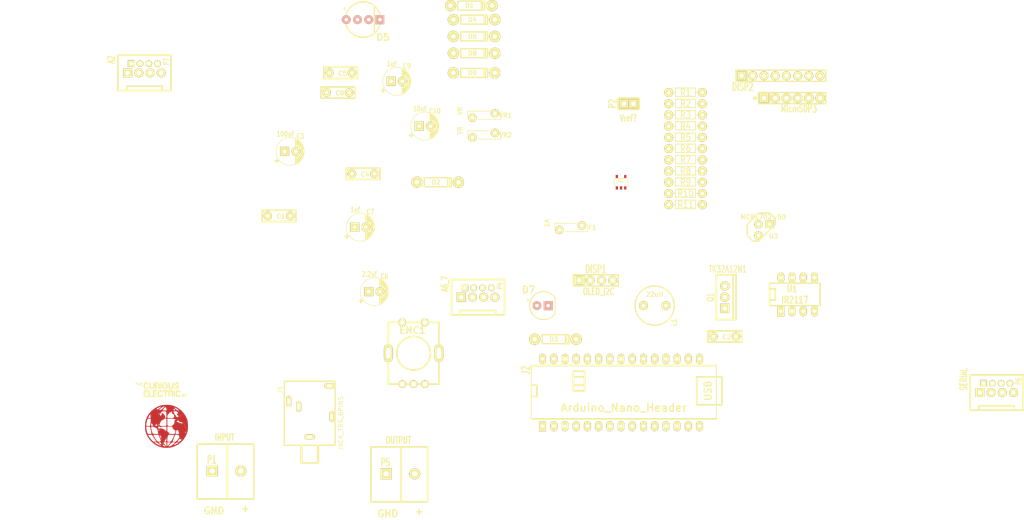
<source format=kicad_pcb>
(kicad_pcb (version 4) (host pcbnew 4.0.4-stable)

  (general
    (links 129)
    (no_connects 129)
    (area 0 0 0 0)
    (thickness 1.6002)
    (drawings 2)
    (tracks 0)
    (zones 0)
    (modules 52)
    (nets 41)
  )

  (page A4)
  (layers
    (0 Front signal)
    (31 Back signal)
    (32 B.Adhes user)
    (33 F.Adhes user)
    (34 B.Paste user)
    (35 F.Paste user)
    (36 B.SilkS user)
    (37 F.SilkS user)
    (38 B.Mask user)
    (39 F.Mask user)
    (40 Dwgs.User user)
    (41 Cmts.User user)
    (42 Eco1.User user)
    (43 Eco2.User user)
    (44 Edge.Cuts user)
  )

  (setup
    (last_trace_width 2.54)
    (trace_clearance 0.127)
    (zone_clearance 0.508)
    (zone_45_only no)
    (trace_min 0.2032)
    (segment_width 0.381)
    (edge_width 0.381)
    (via_size 0.889)
    (via_drill 0.635)
    (via_min_size 0.889)
    (via_min_drill 0.508)
    (uvia_size 0.508)
    (uvia_drill 0.127)
    (uvias_allowed no)
    (uvia_min_size 0.508)
    (uvia_min_drill 0.127)
    (pcb_text_width 0.3048)
    (pcb_text_size 1.524 2.032)
    (mod_edge_width 0.381)
    (mod_text_size 1.524 1.524)
    (mod_text_width 0.3048)
    (pad_size 2.5 2.5)
    (pad_drill 1.2)
    (pad_to_mask_clearance 0.254)
    (aux_axis_origin 90.17 63.5)
    (visible_elements 7FFFFFFF)
    (pcbplotparams
      (layerselection 0x00030_80000001)
      (usegerberextensions true)
      (excludeedgelayer true)
      (linewidth 0.150000)
      (plotframeref false)
      (viasonmask false)
      (mode 1)
      (useauxorigin true)
      (hpglpennumber 1)
      (hpglpenspeed 20)
      (hpglpendiameter 15)
      (hpglpenoverlay 0)
      (psnegative false)
      (psa4output false)
      (plotreference true)
      (plotvalue true)
      (plotinvisibletext false)
      (padsonsilk false)
      (subtractmaskfromsilk false)
      (outputformat 1)
      (mirror false)
      (drillshape 0)
      (scaleselection 1)
      (outputdirectory "E:/Dropbox/Sama Energy/Projects/Charge regulator basic/Solar regulator basic PCB/Solar Regulatror ATTiny/Solar Regulator Basic Development v1/PCB output files/OCR Version 4/"))
  )

  (net 0 "")
  (net 1 +5V)
  (net 2 GND)
  (net 3 Rx)
  (net 4 SCK)
  (net 5 Tx)
  (net 6 Vinput)
  (net 7 Voutput)
  (net 8 VINm)
  (net 9 VOUTm)
  (net 10 "/Power Supply/+10V")
  (net 11 "Net-(C5-Pad1)")
  (net 12 "/Power Supply/+PWR")
  (net 13 "Net-(C8-Pad1)")
  (net 14 "Net-(C8-Pad2)")
  (net 15 "Net-(D3-Pad1)")
  (net 16 LED_D)
  (net 17 "Net-(D7-Pad2)")
  (net 18 SDA)
  (net 19 SCL)
  (net 20 +3V3)
  (net 21 LCD_CS)
  (net 22 MISO)
  (net 23 LCD_DC)
  (net 24 MOSI)
  (net 25 LCD_BL)
  (net 26 EN_A)
  (net 27 EN_B)
  (net 28 EN_SW)
  (net 29 FET1)
  (net 30 SD_CS)
  (net 31 "Net-(Q1-PadG)")
  (net 32 TEMP)
  (net 33 "Net-(J2-Pad18)")
  (net 34 A2)
  (net 35 A6)
  (net 36 A7)
  (net 37 "Net-(P7-Pad3)")
  (net 38 "Net-(R6-Pad2)")
  (net 39 "Net-(R9-Pad2)")
  (net 40 "Net-(R10-Pad2)")

  (net_class Default "This is the default net class."
    (clearance 0.127)
    (trace_width 2.54)
    (via_dia 0.889)
    (via_drill 0.635)
    (uvia_dia 0.508)
    (uvia_drill 0.127)
    (add_net +3V3)
    (add_net +5V)
    (add_net "/Power Supply/+10V")
    (add_net "/Power Supply/+PWR")
    (add_net A2)
    (add_net A6)
    (add_net A7)
    (add_net EN_A)
    (add_net EN_B)
    (add_net EN_SW)
    (add_net FET1)
    (add_net GND)
    (add_net LCD_BL)
    (add_net LCD_CS)
    (add_net LCD_DC)
    (add_net LED_D)
    (add_net MISO)
    (add_net MOSI)
    (add_net "Net-(C5-Pad1)")
    (add_net "Net-(C8-Pad1)")
    (add_net "Net-(C8-Pad2)")
    (add_net "Net-(D3-Pad1)")
    (add_net "Net-(D7-Pad2)")
    (add_net "Net-(J2-Pad18)")
    (add_net "Net-(P7-Pad3)")
    (add_net "Net-(Q1-PadG)")
    (add_net "Net-(R10-Pad2)")
    (add_net "Net-(R6-Pad2)")
    (add_net "Net-(R9-Pad2)")
    (add_net Rx)
    (add_net SCK)
    (add_net SCL)
    (add_net SDA)
    (add_net SD_CS)
    (add_net TEMP)
    (add_net Tx)
    (add_net VINm)
    (add_net VOUTm)
    (add_net Vinput)
    (add_net Voutput)
  )

  (net_class Thick ""
    (clearance 0.254)
    (trace_width 5.08)
    (via_dia 0.889)
    (via_drill 0.635)
    (uvia_dia 0.508)
    (uvia_drill 0.127)
  )

  (module matts_components:C1_wide_lg_pad (layer Front) (tedit 4E38197A) (tstamp 58E3B9B6)
    (at 80.645 116.205)
    (descr "Condensateur e = 1 pas")
    (tags C)
    (path /50D5D72D)
    (fp_text reference C1 (at 1.7145 0.127) (layer F.SilkS)
      (effects (font (size 1.016 1.016) (thickness 0.2032)))
    )
    (fp_text value 100nf (at 0 -2.286) (layer F.SilkS) hide
      (effects (font (size 1.016 1.016) (thickness 0.2032)))
    )
    (fp_line (start -2.54 -1.27) (end -2.54 1.27) (layer F.SilkS) (width 0.381))
    (fp_line (start -2.54 1.27) (end 5.08 1.27) (layer F.SilkS) (width 0.381))
    (fp_line (start 5.08 1.27) (end 5.08 -1.27) (layer F.SilkS) (width 0.381))
    (fp_line (start 5.08 -1.27) (end -2.54 -1.27) (layer F.SilkS) (width 0.381))
    (fp_line (start -2.54 -0.635) (end -1.905 -1.27) (layer F.SilkS) (width 0.3048))
    (pad 1 thru_hole circle (at -1.27 0) (size 1.905 1.905) (drill 0.8001) (layers *.Cu *.Mask F.SilkS)
      (net 8 VINm))
    (pad 2 thru_hole circle (at 3.81 0) (size 1.905 1.905) (drill 0.8001) (layers *.Cu *.Mask F.SilkS)
      (net 2 GND))
    (model discret/capa_1_pas.wrl
      (at (xyz 0 0 0))
      (scale (xyz 1 1 1))
      (rotate (xyz 0 0 0))
    )
  )

  (module matts_components:C1_wide_lg_pad (layer Front) (tedit 4E38197A) (tstamp 58E3B9BC)
    (at 181.61 143.51)
    (descr "Condensateur e = 1 pas")
    (tags C)
    (path /58E5B7D4)
    (fp_text reference C2 (at 1.7145 0.127) (layer F.SilkS)
      (effects (font (size 1.016 1.016) (thickness 0.2032)))
    )
    (fp_text value 100nf (at 0 -2.286) (layer F.SilkS) hide
      (effects (font (size 1.016 1.016) (thickness 0.2032)))
    )
    (fp_line (start -2.54 -1.27) (end -2.54 1.27) (layer F.SilkS) (width 0.381))
    (fp_line (start -2.54 1.27) (end 5.08 1.27) (layer F.SilkS) (width 0.381))
    (fp_line (start 5.08 1.27) (end 5.08 -1.27) (layer F.SilkS) (width 0.381))
    (fp_line (start 5.08 -1.27) (end -2.54 -1.27) (layer F.SilkS) (width 0.381))
    (fp_line (start -2.54 -0.635) (end -1.905 -1.27) (layer F.SilkS) (width 0.3048))
    (pad 1 thru_hole circle (at -1.27 0) (size 1.905 1.905) (drill 0.8001) (layers *.Cu *.Mask F.SilkS)
      (net 9 VOUTm))
    (pad 2 thru_hole circle (at 3.81 0) (size 1.905 1.905) (drill 0.8001) (layers *.Cu *.Mask F.SilkS)
      (net 2 GND))
    (model discret/capa_1_pas.wrl
      (at (xyz 0 0 0))
      (scale (xyz 1 1 1))
      (rotate (xyz 0 0 0))
    )
  )

  (module REInnovationFootprint:C_1V7_TH (layer Front) (tedit 57691F09) (tstamp 58E3B9C2)
    (at 84.455 101.6)
    (path /58E65BB3)
    (fp_text reference C3 (at 2.286 -3.429) (layer F.SilkS)
      (effects (font (size 1.143 0.889) (thickness 0.2032)))
    )
    (fp_text value 100uf (at -1.143 -3.937) (layer F.SilkS)
      (effects (font (size 1.143 0.889) (thickness 0.2032)))
    )
    (fp_line (start 2.54 -0.762) (end 2.159 -1.143) (layer F.SilkS) (width 0.3))
    (fp_line (start 2.032 1.27) (end 2.54 0.762) (layer F.SilkS) (width 0.3))
    (fp_line (start 1.27 1.27) (end 2.54 1.27) (layer F.SilkS) (width 0.3))
    (fp_line (start 2.032 -1.27) (end 2.667 -1.27) (layer F.SilkS) (width 0.3))
    (fp_line (start 1.27 -1.27) (end 2.286 -1.27) (layer F.SilkS) (width 0.3))
    (fp_line (start 1.27 2.667) (end 2.159 2.159) (layer F.SilkS) (width 0.3))
    (fp_line (start 2.159 2.159) (end 2.794 1.27) (layer F.SilkS) (width 0.3))
    (fp_line (start 2.794 1.27) (end 2.921 0.762) (layer F.SilkS) (width 0.3))
    (fp_line (start 2.921 0.762) (end 3.048 -0.381) (layer F.SilkS) (width 0.3))
    (fp_line (start 3.048 -0.381) (end 2.794 -1.143) (layer F.SilkS) (width 0.3))
    (fp_line (start 2.794 -1.143) (end 2.413 -1.778) (layer F.SilkS) (width 0.3))
    (fp_line (start 2.413 -1.778) (end 1.651 -2.54) (layer F.SilkS) (width 0.3))
    (fp_line (start 1.651 -2.54) (end 1.651 -1.778) (layer F.SilkS) (width 0.3))
    (fp_line (start 2.286 1.27) (end 2.286 2.032) (layer F.SilkS) (width 0.3))
    (fp_line (start 2.032 1.27) (end 2.032 2.159) (layer F.SilkS) (width 0.3))
    (fp_line (start 1.778 1.27) (end 1.778 2.413) (layer F.SilkS) (width 0.3))
    (fp_line (start 1.524 1.27) (end 1.524 2.54) (layer F.SilkS) (width 0.3))
    (fp_line (start 2.921 0.635) (end 2.921 -0.762) (layer F.SilkS) (width 0.3))
    (fp_line (start 2.794 -1.27) (end 2.794 1.143) (layer F.SilkS) (width 0.3))
    (fp_line (start 2.286 -1.27) (end 2.286 -2.032) (layer F.SilkS) (width 0.3))
    (fp_line (start 2.54 1.651) (end 2.54 -1.778) (layer F.SilkS) (width 0.3))
    (fp_line (start 2.032 -1.27) (end 2.032 -2.286) (layer F.SilkS) (width 0.3))
    (fp_line (start 1.778 -1.27) (end 1.778 -2.413) (layer F.SilkS) (width 0.3))
    (fp_line (start 1.524 -1.27) (end 1.524 -2.667) (layer F.SilkS) (width 0.3))
    (fp_line (start 1.27 -1.27) (end 1.27 -2.794) (layer F.SilkS) (width 0.3))
    (fp_line (start 1.27 2.794) (end 1.27 1.27) (layer F.SilkS) (width 0.3))
    (fp_text user + (at -3.048 2.032) (layer F.SilkS)
      (effects (font (size 1.143 1.143) (thickness 0.28702)))
    )
    (fp_circle (center 0 0) (end 3.175 0) (layer F.SilkS) (width 0.127))
    (pad 1 thru_hole rect (at -1.27 0) (size 2.032 2.032) (drill 0.8001) (layers *.Cu *.Mask F.SilkS)
      (net 7 Voutput))
    (pad 2 thru_hole circle (at 1.27 0) (size 2.032 2.032) (drill 0.8001) (layers *.Cu *.Mask F.SilkS)
      (net 2 GND))
    (model discret/c_vert_c1v7.wrl
      (at (xyz 0 0 0))
      (scale (xyz 1 1 1))
      (rotate (xyz 0 0 0))
    )
  )

  (module matts_components:C1_wide_lg_pad (layer Front) (tedit 4E38197A) (tstamp 58E3B9C8)
    (at 99.695 106.68)
    (descr "Condensateur e = 1 pas")
    (tags C)
    (path /58E26C6A/538B0FC0)
    (fp_text reference C4 (at 1.7145 0.127) (layer F.SilkS)
      (effects (font (size 1.016 1.016) (thickness 0.2032)))
    )
    (fp_text value 100nf (at 0 -2.286) (layer F.SilkS) hide
      (effects (font (size 1.016 1.016) (thickness 0.2032)))
    )
    (fp_line (start -2.54 -1.27) (end -2.54 1.27) (layer F.SilkS) (width 0.381))
    (fp_line (start -2.54 1.27) (end 5.08 1.27) (layer F.SilkS) (width 0.381))
    (fp_line (start 5.08 1.27) (end 5.08 -1.27) (layer F.SilkS) (width 0.381))
    (fp_line (start 5.08 -1.27) (end -2.54 -1.27) (layer F.SilkS) (width 0.381))
    (fp_line (start -2.54 -0.635) (end -1.905 -1.27) (layer F.SilkS) (width 0.3048))
    (pad 1 thru_hole circle (at -1.27 0) (size 1.905 1.905) (drill 0.8001) (layers *.Cu *.Mask F.SilkS)
      (net 10 "/Power Supply/+10V"))
    (pad 2 thru_hole circle (at 3.81 0) (size 1.905 1.905) (drill 0.8001) (layers *.Cu *.Mask F.SilkS)
      (net 2 GND))
    (model discret/capa_1_pas.wrl
      (at (xyz 0 0 0))
      (scale (xyz 1 1 1))
      (rotate (xyz 0 0 0))
    )
  )

  (module matts_components:C1_wide_lg_pad (layer Front) (tedit 4E38197A) (tstamp 58E3B9CE)
    (at 94.615 83.82)
    (descr "Condensateur e = 1 pas")
    (tags C)
    (path /58E26C6A/58E36D48)
    (fp_text reference C5 (at 1.7145 0.127) (layer F.SilkS)
      (effects (font (size 1.016 1.016) (thickness 0.2032)))
    )
    (fp_text value 100nf (at 0 -2.286) (layer F.SilkS) hide
      (effects (font (size 1.016 1.016) (thickness 0.2032)))
    )
    (fp_line (start -2.54 -1.27) (end -2.54 1.27) (layer F.SilkS) (width 0.381))
    (fp_line (start -2.54 1.27) (end 5.08 1.27) (layer F.SilkS) (width 0.381))
    (fp_line (start 5.08 1.27) (end 5.08 -1.27) (layer F.SilkS) (width 0.381))
    (fp_line (start 5.08 -1.27) (end -2.54 -1.27) (layer F.SilkS) (width 0.381))
    (fp_line (start -2.54 -0.635) (end -1.905 -1.27) (layer F.SilkS) (width 0.3048))
    (pad 1 thru_hole circle (at -1.27 0) (size 1.905 1.905) (drill 0.8001) (layers *.Cu *.Mask F.SilkS)
      (net 11 "Net-(C5-Pad1)"))
    (pad 2 thru_hole circle (at 3.81 0) (size 1.905 1.905) (drill 0.8001) (layers *.Cu *.Mask F.SilkS)
      (net 7 Voutput))
    (model discret/capa_1_pas.wrl
      (at (xyz 0 0 0))
      (scale (xyz 1 1 1))
      (rotate (xyz 0 0 0))
    )
  )

  (module REInnovationFootprint:C_1V7_TH (layer Front) (tedit 57691F09) (tstamp 58E3B9D4)
    (at 103.505 133.35)
    (path /58E26E4F/58E39234)
    (fp_text reference C6 (at 2.286 -3.429) (layer F.SilkS)
      (effects (font (size 1.143 0.889) (thickness 0.2032)))
    )
    (fp_text value 2.2uf (at -1.143 -3.937) (layer F.SilkS)
      (effects (font (size 1.143 0.889) (thickness 0.2032)))
    )
    (fp_line (start 2.54 -0.762) (end 2.159 -1.143) (layer F.SilkS) (width 0.3))
    (fp_line (start 2.032 1.27) (end 2.54 0.762) (layer F.SilkS) (width 0.3))
    (fp_line (start 1.27 1.27) (end 2.54 1.27) (layer F.SilkS) (width 0.3))
    (fp_line (start 2.032 -1.27) (end 2.667 -1.27) (layer F.SilkS) (width 0.3))
    (fp_line (start 1.27 -1.27) (end 2.286 -1.27) (layer F.SilkS) (width 0.3))
    (fp_line (start 1.27 2.667) (end 2.159 2.159) (layer F.SilkS) (width 0.3))
    (fp_line (start 2.159 2.159) (end 2.794 1.27) (layer F.SilkS) (width 0.3))
    (fp_line (start 2.794 1.27) (end 2.921 0.762) (layer F.SilkS) (width 0.3))
    (fp_line (start 2.921 0.762) (end 3.048 -0.381) (layer F.SilkS) (width 0.3))
    (fp_line (start 3.048 -0.381) (end 2.794 -1.143) (layer F.SilkS) (width 0.3))
    (fp_line (start 2.794 -1.143) (end 2.413 -1.778) (layer F.SilkS) (width 0.3))
    (fp_line (start 2.413 -1.778) (end 1.651 -2.54) (layer F.SilkS) (width 0.3))
    (fp_line (start 1.651 -2.54) (end 1.651 -1.778) (layer F.SilkS) (width 0.3))
    (fp_line (start 2.286 1.27) (end 2.286 2.032) (layer F.SilkS) (width 0.3))
    (fp_line (start 2.032 1.27) (end 2.032 2.159) (layer F.SilkS) (width 0.3))
    (fp_line (start 1.778 1.27) (end 1.778 2.413) (layer F.SilkS) (width 0.3))
    (fp_line (start 1.524 1.27) (end 1.524 2.54) (layer F.SilkS) (width 0.3))
    (fp_line (start 2.921 0.635) (end 2.921 -0.762) (layer F.SilkS) (width 0.3))
    (fp_line (start 2.794 -1.27) (end 2.794 1.143) (layer F.SilkS) (width 0.3))
    (fp_line (start 2.286 -1.27) (end 2.286 -2.032) (layer F.SilkS) (width 0.3))
    (fp_line (start 2.54 1.651) (end 2.54 -1.778) (layer F.SilkS) (width 0.3))
    (fp_line (start 2.032 -1.27) (end 2.032 -2.286) (layer F.SilkS) (width 0.3))
    (fp_line (start 1.778 -1.27) (end 1.778 -2.413) (layer F.SilkS) (width 0.3))
    (fp_line (start 1.524 -1.27) (end 1.524 -2.667) (layer F.SilkS) (width 0.3))
    (fp_line (start 1.27 -1.27) (end 1.27 -2.794) (layer F.SilkS) (width 0.3))
    (fp_line (start 1.27 2.794) (end 1.27 1.27) (layer F.SilkS) (width 0.3))
    (fp_text user + (at -3.048 2.032) (layer F.SilkS)
      (effects (font (size 1.143 1.143) (thickness 0.28702)))
    )
    (fp_circle (center 0 0) (end 3.175 0) (layer F.SilkS) (width 0.127))
    (pad 1 thru_hole rect (at -1.27 0) (size 2.032 2.032) (drill 0.8001) (layers *.Cu *.Mask F.SilkS)
      (net 12 "/Power Supply/+PWR"))
    (pad 2 thru_hole circle (at 1.27 0) (size 2.032 2.032) (drill 0.8001) (layers *.Cu *.Mask F.SilkS)
      (net 2 GND))
    (model discret/c_vert_c1v7.wrl
      (at (xyz 0 0 0))
      (scale (xyz 1 1 1))
      (rotate (xyz 0 0 0))
    )
  )

  (module REInnovationFootprint:C_1V7_TH (layer Front) (tedit 57691F09) (tstamp 58E3B9DA)
    (at 100.33 118.745)
    (path /58E26E4F/50D3631F)
    (fp_text reference C7 (at 2.286 -3.429) (layer F.SilkS)
      (effects (font (size 1.143 0.889) (thickness 0.2032)))
    )
    (fp_text value 1uf (at -1.143 -3.937) (layer F.SilkS)
      (effects (font (size 1.143 0.889) (thickness 0.2032)))
    )
    (fp_line (start 2.54 -0.762) (end 2.159 -1.143) (layer F.SilkS) (width 0.3))
    (fp_line (start 2.032 1.27) (end 2.54 0.762) (layer F.SilkS) (width 0.3))
    (fp_line (start 1.27 1.27) (end 2.54 1.27) (layer F.SilkS) (width 0.3))
    (fp_line (start 2.032 -1.27) (end 2.667 -1.27) (layer F.SilkS) (width 0.3))
    (fp_line (start 1.27 -1.27) (end 2.286 -1.27) (layer F.SilkS) (width 0.3))
    (fp_line (start 1.27 2.667) (end 2.159 2.159) (layer F.SilkS) (width 0.3))
    (fp_line (start 2.159 2.159) (end 2.794 1.27) (layer F.SilkS) (width 0.3))
    (fp_line (start 2.794 1.27) (end 2.921 0.762) (layer F.SilkS) (width 0.3))
    (fp_line (start 2.921 0.762) (end 3.048 -0.381) (layer F.SilkS) (width 0.3))
    (fp_line (start 3.048 -0.381) (end 2.794 -1.143) (layer F.SilkS) (width 0.3))
    (fp_line (start 2.794 -1.143) (end 2.413 -1.778) (layer F.SilkS) (width 0.3))
    (fp_line (start 2.413 -1.778) (end 1.651 -2.54) (layer F.SilkS) (width 0.3))
    (fp_line (start 1.651 -2.54) (end 1.651 -1.778) (layer F.SilkS) (width 0.3))
    (fp_line (start 2.286 1.27) (end 2.286 2.032) (layer F.SilkS) (width 0.3))
    (fp_line (start 2.032 1.27) (end 2.032 2.159) (layer F.SilkS) (width 0.3))
    (fp_line (start 1.778 1.27) (end 1.778 2.413) (layer F.SilkS) (width 0.3))
    (fp_line (start 1.524 1.27) (end 1.524 2.54) (layer F.SilkS) (width 0.3))
    (fp_line (start 2.921 0.635) (end 2.921 -0.762) (layer F.SilkS) (width 0.3))
    (fp_line (start 2.794 -1.27) (end 2.794 1.143) (layer F.SilkS) (width 0.3))
    (fp_line (start 2.286 -1.27) (end 2.286 -2.032) (layer F.SilkS) (width 0.3))
    (fp_line (start 2.54 1.651) (end 2.54 -1.778) (layer F.SilkS) (width 0.3))
    (fp_line (start 2.032 -1.27) (end 2.032 -2.286) (layer F.SilkS) (width 0.3))
    (fp_line (start 1.778 -1.27) (end 1.778 -2.413) (layer F.SilkS) (width 0.3))
    (fp_line (start 1.524 -1.27) (end 1.524 -2.667) (layer F.SilkS) (width 0.3))
    (fp_line (start 1.27 -1.27) (end 1.27 -2.794) (layer F.SilkS) (width 0.3))
    (fp_line (start 1.27 2.794) (end 1.27 1.27) (layer F.SilkS) (width 0.3))
    (fp_text user + (at -3.048 2.032) (layer F.SilkS)
      (effects (font (size 1.143 1.143) (thickness 0.28702)))
    )
    (fp_circle (center 0 0) (end 3.175 0) (layer F.SilkS) (width 0.127))
    (pad 1 thru_hole rect (at -1.27 0) (size 2.032 2.032) (drill 0.8001) (layers *.Cu *.Mask F.SilkS)
      (net 10 "/Power Supply/+10V"))
    (pad 2 thru_hole circle (at 1.27 0) (size 2.032 2.032) (drill 0.8001) (layers *.Cu *.Mask F.SilkS)
      (net 2 GND))
    (model discret/c_vert_c1v7.wrl
      (at (xyz 0 0 0))
      (scale (xyz 1 1 1))
      (rotate (xyz 0 0 0))
    )
  )

  (module matts_components:C1_wide_lg_pad (layer Front) (tedit 4E38197A) (tstamp 58E3B9E0)
    (at 93.98 88.265)
    (descr "Condensateur e = 1 pas")
    (tags C)
    (path /58E26E4F/58E392A9)
    (fp_text reference C8 (at 1.7145 0.127) (layer F.SilkS)
      (effects (font (size 1.016 1.016) (thickness 0.2032)))
    )
    (fp_text value 100nf (at 0 -2.286) (layer F.SilkS) hide
      (effects (font (size 1.016 1.016) (thickness 0.2032)))
    )
    (fp_line (start -2.54 -1.27) (end -2.54 1.27) (layer F.SilkS) (width 0.381))
    (fp_line (start -2.54 1.27) (end 5.08 1.27) (layer F.SilkS) (width 0.381))
    (fp_line (start 5.08 1.27) (end 5.08 -1.27) (layer F.SilkS) (width 0.381))
    (fp_line (start 5.08 -1.27) (end -2.54 -1.27) (layer F.SilkS) (width 0.381))
    (fp_line (start -2.54 -0.635) (end -1.905 -1.27) (layer F.SilkS) (width 0.3048))
    (pad 1 thru_hole circle (at -1.27 0) (size 1.905 1.905) (drill 0.8001) (layers *.Cu *.Mask F.SilkS)
      (net 13 "Net-(C8-Pad1)"))
    (pad 2 thru_hole circle (at 3.81 0) (size 1.905 1.905) (drill 0.8001) (layers *.Cu *.Mask F.SilkS)
      (net 14 "Net-(C8-Pad2)"))
    (model discret/capa_1_pas.wrl
      (at (xyz 0 0 0))
      (scale (xyz 1 1 1))
      (rotate (xyz 0 0 0))
    )
  )

  (module REInnovationFootprint:C_1V7_TH (layer Front) (tedit 57691F09) (tstamp 58E3B9E6)
    (at 108.585 85.725)
    (path /58E26E4F/50D36323)
    (fp_text reference C9 (at 2.286 -3.429) (layer F.SilkS)
      (effects (font (size 1.143 0.889) (thickness 0.2032)))
    )
    (fp_text value 1uf (at -1.143 -3.937) (layer F.SilkS)
      (effects (font (size 1.143 0.889) (thickness 0.2032)))
    )
    (fp_line (start 2.54 -0.762) (end 2.159 -1.143) (layer F.SilkS) (width 0.3))
    (fp_line (start 2.032 1.27) (end 2.54 0.762) (layer F.SilkS) (width 0.3))
    (fp_line (start 1.27 1.27) (end 2.54 1.27) (layer F.SilkS) (width 0.3))
    (fp_line (start 2.032 -1.27) (end 2.667 -1.27) (layer F.SilkS) (width 0.3))
    (fp_line (start 1.27 -1.27) (end 2.286 -1.27) (layer F.SilkS) (width 0.3))
    (fp_line (start 1.27 2.667) (end 2.159 2.159) (layer F.SilkS) (width 0.3))
    (fp_line (start 2.159 2.159) (end 2.794 1.27) (layer F.SilkS) (width 0.3))
    (fp_line (start 2.794 1.27) (end 2.921 0.762) (layer F.SilkS) (width 0.3))
    (fp_line (start 2.921 0.762) (end 3.048 -0.381) (layer F.SilkS) (width 0.3))
    (fp_line (start 3.048 -0.381) (end 2.794 -1.143) (layer F.SilkS) (width 0.3))
    (fp_line (start 2.794 -1.143) (end 2.413 -1.778) (layer F.SilkS) (width 0.3))
    (fp_line (start 2.413 -1.778) (end 1.651 -2.54) (layer F.SilkS) (width 0.3))
    (fp_line (start 1.651 -2.54) (end 1.651 -1.778) (layer F.SilkS) (width 0.3))
    (fp_line (start 2.286 1.27) (end 2.286 2.032) (layer F.SilkS) (width 0.3))
    (fp_line (start 2.032 1.27) (end 2.032 2.159) (layer F.SilkS) (width 0.3))
    (fp_line (start 1.778 1.27) (end 1.778 2.413) (layer F.SilkS) (width 0.3))
    (fp_line (start 1.524 1.27) (end 1.524 2.54) (layer F.SilkS) (width 0.3))
    (fp_line (start 2.921 0.635) (end 2.921 -0.762) (layer F.SilkS) (width 0.3))
    (fp_line (start 2.794 -1.27) (end 2.794 1.143) (layer F.SilkS) (width 0.3))
    (fp_line (start 2.286 -1.27) (end 2.286 -2.032) (layer F.SilkS) (width 0.3))
    (fp_line (start 2.54 1.651) (end 2.54 -1.778) (layer F.SilkS) (width 0.3))
    (fp_line (start 2.032 -1.27) (end 2.032 -2.286) (layer F.SilkS) (width 0.3))
    (fp_line (start 1.778 -1.27) (end 1.778 -2.413) (layer F.SilkS) (width 0.3))
    (fp_line (start 1.524 -1.27) (end 1.524 -2.667) (layer F.SilkS) (width 0.3))
    (fp_line (start 1.27 -1.27) (end 1.27 -2.794) (layer F.SilkS) (width 0.3))
    (fp_line (start 1.27 2.794) (end 1.27 1.27) (layer F.SilkS) (width 0.3))
    (fp_text user + (at -3.048 2.032) (layer F.SilkS)
      (effects (font (size 1.143 1.143) (thickness 0.28702)))
    )
    (fp_circle (center 0 0) (end 3.175 0) (layer F.SilkS) (width 0.127))
    (pad 1 thru_hole rect (at -1.27 0) (size 2.032 2.032) (drill 0.8001) (layers *.Cu *.Mask F.SilkS)
      (net 1 +5V))
    (pad 2 thru_hole circle (at 1.27 0) (size 2.032 2.032) (drill 0.8001) (layers *.Cu *.Mask F.SilkS)
      (net 2 GND))
    (model discret/c_vert_c1v7.wrl
      (at (xyz 0 0 0))
      (scale (xyz 1 1 1))
      (rotate (xyz 0 0 0))
    )
  )

  (module REInnovationFootprint:C_1V7_TH (layer Front) (tedit 57691F09) (tstamp 58E3B9EC)
    (at 114.935 95.885)
    (path /58E26E4F/58E3B616)
    (fp_text reference C10 (at 2.286 -3.429) (layer F.SilkS)
      (effects (font (size 1.143 0.889) (thickness 0.2032)))
    )
    (fp_text value 10uf (at -1.143 -3.937) (layer F.SilkS)
      (effects (font (size 1.143 0.889) (thickness 0.2032)))
    )
    (fp_line (start 2.54 -0.762) (end 2.159 -1.143) (layer F.SilkS) (width 0.3))
    (fp_line (start 2.032 1.27) (end 2.54 0.762) (layer F.SilkS) (width 0.3))
    (fp_line (start 1.27 1.27) (end 2.54 1.27) (layer F.SilkS) (width 0.3))
    (fp_line (start 2.032 -1.27) (end 2.667 -1.27) (layer F.SilkS) (width 0.3))
    (fp_line (start 1.27 -1.27) (end 2.286 -1.27) (layer F.SilkS) (width 0.3))
    (fp_line (start 1.27 2.667) (end 2.159 2.159) (layer F.SilkS) (width 0.3))
    (fp_line (start 2.159 2.159) (end 2.794 1.27) (layer F.SilkS) (width 0.3))
    (fp_line (start 2.794 1.27) (end 2.921 0.762) (layer F.SilkS) (width 0.3))
    (fp_line (start 2.921 0.762) (end 3.048 -0.381) (layer F.SilkS) (width 0.3))
    (fp_line (start 3.048 -0.381) (end 2.794 -1.143) (layer F.SilkS) (width 0.3))
    (fp_line (start 2.794 -1.143) (end 2.413 -1.778) (layer F.SilkS) (width 0.3))
    (fp_line (start 2.413 -1.778) (end 1.651 -2.54) (layer F.SilkS) (width 0.3))
    (fp_line (start 1.651 -2.54) (end 1.651 -1.778) (layer F.SilkS) (width 0.3))
    (fp_line (start 2.286 1.27) (end 2.286 2.032) (layer F.SilkS) (width 0.3))
    (fp_line (start 2.032 1.27) (end 2.032 2.159) (layer F.SilkS) (width 0.3))
    (fp_line (start 1.778 1.27) (end 1.778 2.413) (layer F.SilkS) (width 0.3))
    (fp_line (start 1.524 1.27) (end 1.524 2.54) (layer F.SilkS) (width 0.3))
    (fp_line (start 2.921 0.635) (end 2.921 -0.762) (layer F.SilkS) (width 0.3))
    (fp_line (start 2.794 -1.27) (end 2.794 1.143) (layer F.SilkS) (width 0.3))
    (fp_line (start 2.286 -1.27) (end 2.286 -2.032) (layer F.SilkS) (width 0.3))
    (fp_line (start 2.54 1.651) (end 2.54 -1.778) (layer F.SilkS) (width 0.3))
    (fp_line (start 2.032 -1.27) (end 2.032 -2.286) (layer F.SilkS) (width 0.3))
    (fp_line (start 1.778 -1.27) (end 1.778 -2.413) (layer F.SilkS) (width 0.3))
    (fp_line (start 1.524 -1.27) (end 1.524 -2.667) (layer F.SilkS) (width 0.3))
    (fp_line (start 1.27 -1.27) (end 1.27 -2.794) (layer F.SilkS) (width 0.3))
    (fp_line (start 1.27 2.794) (end 1.27 1.27) (layer F.SilkS) (width 0.3))
    (fp_text user + (at -3.048 2.032) (layer F.SilkS)
      (effects (font (size 1.143 1.143) (thickness 0.28702)))
    )
    (fp_circle (center 0 0) (end 3.175 0) (layer F.SilkS) (width 0.127))
    (pad 1 thru_hole rect (at -1.27 0) (size 2.032 2.032) (drill 0.8001) (layers *.Cu *.Mask F.SilkS)
      (net 10 "/Power Supply/+10V"))
    (pad 2 thru_hole circle (at 1.27 0) (size 2.032 2.032) (drill 0.8001) (layers *.Cu *.Mask F.SilkS)
      (net 2 GND))
    (model discret/c_vert_c1v7.wrl
      (at (xyz 0 0 0))
      (scale (xyz 1 1 1))
      (rotate (xyz 0 0 0))
    )
  )

  (module REInnovationFootprint:TH_Diode_1 (layer Front) (tedit 5873B2D8) (tstamp 58E3B9F2)
    (at 125.095 68.58)
    (descr "Diode 3 pas")
    (tags "DIODE DEV")
    (path /50D5DC34)
    (fp_text reference D1 (at 0 0) (layer F.SilkS)
      (effects (font (size 1.016 1.016) (thickness 0.2032)))
    )
    (fp_text value 3v3 (at 0 0) (layer F.SilkS) hide
      (effects (font (size 1.016 1.016) (thickness 0.2032)))
    )
    (fp_line (start 3.429 0) (end 3.429 -1.016) (layer F.SilkS) (width 0.3048))
    (fp_line (start 3.429 -1.016) (end -2.667 -1.016) (layer F.SilkS) (width 0.3048))
    (fp_line (start -2.667 -1.016) (end -2.667 0) (layer F.SilkS) (width 0.3048))
    (fp_line (start -2.667 0) (end -2.667 1.016) (layer F.SilkS) (width 0.3048))
    (fp_line (start -2.667 1.016) (end 3.429 1.016) (layer F.SilkS) (width 0.3048))
    (fp_line (start 3.429 1.016) (end 3.429 0) (layer F.SilkS) (width 0.3048))
    (fp_line (start 2.921 -1.016) (end 2.921 1.016) (layer F.SilkS) (width 0.3048))
    (fp_line (start 2.667 1.016) (end 2.667 -1.016) (layer F.SilkS) (width 0.3048))
    (pad 1 thru_hole circle (at 5.08 0) (size 2.54 2.54) (drill 1.00076) (layers *.Cu *.Mask F.SilkS)
      (net 2 GND))
    (pad 2 thru_hole circle (at -4.318 0) (size 2.54 2.54) (drill 1.00076) (layers *.Cu *.Mask F.SilkS)
      (net 8 VINm))
    (model discret/diode.wrl
      (at (xyz 0 0 0))
      (scale (xyz 0.3 0.3 0.3))
      (rotate (xyz 0 0 0))
    )
  )

  (module REInnovationFootprint:TH_Diode_1 (layer Front) (tedit 5873B2D8) (tstamp 58E3B9F8)
    (at 117.475 108.585)
    (descr "Diode 3 pas")
    (tags "DIODE DEV")
    (path /58E5B7CD)
    (fp_text reference D2 (at 0 0) (layer F.SilkS)
      (effects (font (size 1.016 1.016) (thickness 0.2032)))
    )
    (fp_text value 3v3 (at 0 0) (layer F.SilkS) hide
      (effects (font (size 1.016 1.016) (thickness 0.2032)))
    )
    (fp_line (start 3.429 0) (end 3.429 -1.016) (layer F.SilkS) (width 0.3048))
    (fp_line (start 3.429 -1.016) (end -2.667 -1.016) (layer F.SilkS) (width 0.3048))
    (fp_line (start -2.667 -1.016) (end -2.667 0) (layer F.SilkS) (width 0.3048))
    (fp_line (start -2.667 0) (end -2.667 1.016) (layer F.SilkS) (width 0.3048))
    (fp_line (start -2.667 1.016) (end 3.429 1.016) (layer F.SilkS) (width 0.3048))
    (fp_line (start 3.429 1.016) (end 3.429 0) (layer F.SilkS) (width 0.3048))
    (fp_line (start 2.921 -1.016) (end 2.921 1.016) (layer F.SilkS) (width 0.3048))
    (fp_line (start 2.667 1.016) (end 2.667 -1.016) (layer F.SilkS) (width 0.3048))
    (pad 1 thru_hole circle (at 5.08 0) (size 2.54 2.54) (drill 1.00076) (layers *.Cu *.Mask F.SilkS)
      (net 2 GND))
    (pad 2 thru_hole circle (at -4.318 0) (size 2.54 2.54) (drill 1.00076) (layers *.Cu *.Mask F.SilkS)
      (net 9 VOUTm))
    (model discret/diode.wrl
      (at (xyz 0 0 0))
      (scale (xyz 0.3 0.3 0.3))
      (rotate (xyz 0 0 0))
    )
  )

  (module REInnovationFootprint:TH_Diode_1 (layer Front) (tedit 5873B2D8) (tstamp 58E3B9FE)
    (at 144.145 144.145)
    (descr "Diode 3 pas")
    (tags "DIODE DEV")
    (path /58E5BC33)
    (fp_text reference D3 (at 0 0) (layer F.SilkS)
      (effects (font (size 1.016 1.016) (thickness 0.2032)))
    )
    (fp_text value 1N5819 (at 0 0) (layer F.SilkS) hide
      (effects (font (size 1.016 1.016) (thickness 0.2032)))
    )
    (fp_line (start 3.429 0) (end 3.429 -1.016) (layer F.SilkS) (width 0.3048))
    (fp_line (start 3.429 -1.016) (end -2.667 -1.016) (layer F.SilkS) (width 0.3048))
    (fp_line (start -2.667 -1.016) (end -2.667 0) (layer F.SilkS) (width 0.3048))
    (fp_line (start -2.667 0) (end -2.667 1.016) (layer F.SilkS) (width 0.3048))
    (fp_line (start -2.667 1.016) (end 3.429 1.016) (layer F.SilkS) (width 0.3048))
    (fp_line (start 3.429 1.016) (end 3.429 0) (layer F.SilkS) (width 0.3048))
    (fp_line (start 2.921 -1.016) (end 2.921 1.016) (layer F.SilkS) (width 0.3048))
    (fp_line (start 2.667 1.016) (end 2.667 -1.016) (layer F.SilkS) (width 0.3048))
    (pad 1 thru_hole circle (at 5.08 0) (size 2.54 2.54) (drill 1.00076) (layers *.Cu *.Mask F.SilkS)
      (net 15 "Net-(D3-Pad1)"))
    (pad 2 thru_hole circle (at -4.318 0) (size 2.54 2.54) (drill 1.00076) (layers *.Cu *.Mask F.SilkS)
      (net 7 Voutput))
    (model discret/diode.wrl
      (at (xyz 0 0 0))
      (scale (xyz 0.3 0.3 0.3))
      (rotate (xyz 0 0 0))
    )
  )

  (module REInnovationFootprint:TH_Diode_1 (layer Front) (tedit 5873B2D8) (tstamp 58E3BA04)
    (at 125.73 71.755)
    (descr "Diode 3 pas")
    (tags "DIODE DEV")
    (path /58E67C68)
    (fp_text reference D4 (at 0 0) (layer F.SilkS)
      (effects (font (size 1.016 1.016) (thickness 0.2032)))
    )
    (fp_text value 1N5819 (at 0 0) (layer F.SilkS) hide
      (effects (font (size 1.016 1.016) (thickness 0.2032)))
    )
    (fp_line (start 3.429 0) (end 3.429 -1.016) (layer F.SilkS) (width 0.3048))
    (fp_line (start 3.429 -1.016) (end -2.667 -1.016) (layer F.SilkS) (width 0.3048))
    (fp_line (start -2.667 -1.016) (end -2.667 0) (layer F.SilkS) (width 0.3048))
    (fp_line (start -2.667 0) (end -2.667 1.016) (layer F.SilkS) (width 0.3048))
    (fp_line (start -2.667 1.016) (end 3.429 1.016) (layer F.SilkS) (width 0.3048))
    (fp_line (start 3.429 1.016) (end 3.429 0) (layer F.SilkS) (width 0.3048))
    (fp_line (start 2.921 -1.016) (end 2.921 1.016) (layer F.SilkS) (width 0.3048))
    (fp_line (start 2.667 1.016) (end 2.667 -1.016) (layer F.SilkS) (width 0.3048))
    (pad 1 thru_hole circle (at 5.08 0) (size 2.54 2.54) (drill 1.00076) (layers *.Cu *.Mask F.SilkS)
      (net 15 "Net-(D3-Pad1)"))
    (pad 2 thru_hole circle (at -4.318 0) (size 2.54 2.54) (drill 1.00076) (layers *.Cu *.Mask F.SilkS)
      (net 6 Vinput))
    (model discret/diode.wrl
      (at (xyz 0 0 0))
      (scale (xyz 0.3 0.3 0.3))
      (rotate (xyz 0 0 0))
    )
  )

  (module REInnovationFootprint:TH_WS2811_LED_8mm (layer Front) (tedit 5873B584) (tstamp 58E3BA0C)
    (at 100.965 71.755)
    (descr "LED 5mm - Lead pitch 100mil (2,54mm)")
    (tags "LED led 5mm 5MM 100mil 2,54mm")
    (path /58E3F557)
    (attr virtual)
    (fp_text reference D5 (at 4.5 4) (layer F.SilkS)
      (effects (font (thickness 0.3048)))
    )
    (fp_text value WS2811_5mm (at -1.75 4.75) (layer F.SilkS) hide
      (effects (font (size 0.762 0.762) (thickness 0.0889)))
    )
    (fp_line (start 2.54 -3.048) (end 2.54 2.921) (layer F.SilkS) (width 0.3))
    (fp_arc (start 0 0) (end 3.81 1.27) (angle 90) (layer F.SilkS) (width 0.3))
    (fp_arc (start 0 0) (end 1.27 3.81) (angle 90) (layer F.SilkS) (width 0.3))
    (fp_arc (start 0 0) (end -1.27 -3.81) (angle 90) (layer F.SilkS) (width 0.3))
    (fp_arc (start 0 0) (end -3.81 -1.27) (angle 90) (layer F.SilkS) (width 0.3))
    (fp_text user + (at -4.191 -2.54) (layer F.SilkS)
      (effects (font (size 1 1) (thickness 0.15)))
    )
    (pad 4 thru_hole circle (at -3.81 0) (size 2.032 2.032) (drill 0.8128) (layers *.Cu *.SilkS *.Mask F.Paste)
      (net 16 LED_D))
    (pad 3 thru_hole circle (at -1.27 0) (size 2.032 2.032) (drill 0.8128) (layers *.Cu *.SilkS *.Mask F.Paste)
      (net 1 +5V))
    (pad 2 thru_hole circle (at 1.27 0) (size 2.032 2.032) (drill 0.8128) (layers *.Cu *.SilkS *.Mask F.Paste)
      (net 2 GND))
    (pad 1 thru_hole rect (at 3.81 0) (size 2.032 2.032) (drill 0.8128) (layers *.Cu *.SilkS *.Mask F.Paste))
    (model discret/leds/led5_vertical_verde.wrl
      (at (xyz 0 0 0))
      (scale (xyz 1 1 1))
      (rotate (xyz 0 0 0))
    )
  )

  (module REInnovationFootprint:TH_Diode_1 (layer Front) (tedit 5873B2D8) (tstamp 58E3BA12)
    (at 125.73 75.565)
    (descr "Diode 3 pas")
    (tags "DIODE DEV")
    (path /58E26C6A/58E36D07)
    (fp_text reference D6 (at 0 0) (layer F.SilkS)
      (effects (font (size 1.016 1.016) (thickness 0.2032)))
    )
    (fp_text value 1N5822 (at 0 0) (layer F.SilkS) hide
      (effects (font (size 1.016 1.016) (thickness 0.2032)))
    )
    (fp_line (start 3.429 0) (end 3.429 -1.016) (layer F.SilkS) (width 0.3048))
    (fp_line (start 3.429 -1.016) (end -2.667 -1.016) (layer F.SilkS) (width 0.3048))
    (fp_line (start -2.667 -1.016) (end -2.667 0) (layer F.SilkS) (width 0.3048))
    (fp_line (start -2.667 0) (end -2.667 1.016) (layer F.SilkS) (width 0.3048))
    (fp_line (start -2.667 1.016) (end 3.429 1.016) (layer F.SilkS) (width 0.3048))
    (fp_line (start 3.429 1.016) (end 3.429 0) (layer F.SilkS) (width 0.3048))
    (fp_line (start 2.921 -1.016) (end 2.921 1.016) (layer F.SilkS) (width 0.3048))
    (fp_line (start 2.667 1.016) (end 2.667 -1.016) (layer F.SilkS) (width 0.3048))
    (pad 1 thru_hole circle (at 5.08 0) (size 2.54 2.54) (drill 1.00076) (layers *.Cu *.Mask F.SilkS)
      (net 11 "Net-(C5-Pad1)"))
    (pad 2 thru_hole circle (at -4.318 0) (size 2.54 2.54) (drill 1.00076) (layers *.Cu *.Mask F.SilkS)
      (net 10 "/Power Supply/+10V"))
    (model discret/diode.wrl
      (at (xyz 0 0 0))
      (scale (xyz 0.3 0.3 0.3))
      (rotate (xyz 0 0 0))
    )
  )

  (module REInnovationFootprint:TH_LED-5MM_larg_pad (layer Front) (tedit 57C962E6) (tstamp 58E3BA18)
    (at 141.605 136.525)
    (descr "LED 5mm - Lead pitch 100mil (2,54mm)")
    (tags "LED led 5mm 5MM 100mil 2,54mm")
    (path /58E26C6A/538B1029)
    (attr virtual)
    (fp_text reference D7 (at -3.175 -3.556) (layer F.SilkS)
      (effects (font (thickness 0.3048)))
    )
    (fp_text value LED (at 0 3.81) (layer F.SilkS) hide
      (effects (font (size 0.762 0.762) (thickness 0.0889)))
    )
    (fp_text user + (at -3.302 -1.27) (layer F.SilkS)
      (effects (font (size 1 1) (thickness 0.15)))
    )
    (fp_line (start 2.8448 1.905) (end 2.8448 -1.905) (layer F.SilkS) (width 0.2032))
    (fp_arc (start 0.254 0) (end 2.794 1.905) (angle 286.2) (layer F.SilkS) (width 0.254))
    (pad 2 thru_hole circle (at -1.27 0) (size 2.032 2.032) (drill 0.8128) (layers *.Cu *.SilkS *.Mask F.Paste)
      (net 17 "Net-(D7-Pad2)"))
    (pad 1 thru_hole rect (at 1.27 0) (size 2.032 2.032) (drill 0.8128) (layers *.Cu *.SilkS *.Mask F.Paste)
      (net 7 Voutput))
    (model discret/leds/led5_vertical_verde.wrl
      (at (xyz 0 0 0))
      (scale (xyz 1 1 1))
      (rotate (xyz 0 0 0))
    )
  )

  (module REInnovationFootprint:TH_Diode_1 (layer Front) (tedit 5873B2D8) (tstamp 58E3BA1E)
    (at 125.73 79.375)
    (descr "Diode 3 pas")
    (tags "DIODE DEV")
    (path /58E26C6A/538B1047)
    (fp_text reference D8 (at 0 0) (layer F.SilkS)
      (effects (font (size 1.016 1.016) (thickness 0.2032)))
    )
    (fp_text value UF4001 (at 0 0) (layer F.SilkS) hide
      (effects (font (size 1.016 1.016) (thickness 0.2032)))
    )
    (fp_line (start 3.429 0) (end 3.429 -1.016) (layer F.SilkS) (width 0.3048))
    (fp_line (start 3.429 -1.016) (end -2.667 -1.016) (layer F.SilkS) (width 0.3048))
    (fp_line (start -2.667 -1.016) (end -2.667 0) (layer F.SilkS) (width 0.3048))
    (fp_line (start -2.667 0) (end -2.667 1.016) (layer F.SilkS) (width 0.3048))
    (fp_line (start -2.667 1.016) (end 3.429 1.016) (layer F.SilkS) (width 0.3048))
    (fp_line (start 3.429 1.016) (end 3.429 0) (layer F.SilkS) (width 0.3048))
    (fp_line (start 2.921 -1.016) (end 2.921 1.016) (layer F.SilkS) (width 0.3048))
    (fp_line (start 2.667 1.016) (end 2.667 -1.016) (layer F.SilkS) (width 0.3048))
    (pad 1 thru_hole circle (at 5.08 0) (size 2.54 2.54) (drill 1.00076) (layers *.Cu *.Mask F.SilkS)
      (net 2 GND))
    (pad 2 thru_hole circle (at -4.318 0) (size 2.54 2.54) (drill 1.00076) (layers *.Cu *.Mask F.SilkS)
      (net 7 Voutput))
    (model discret/diode.wrl
      (at (xyz 0 0 0))
      (scale (xyz 0.3 0.3 0.3))
      (rotate (xyz 0 0 0))
    )
  )

  (module REInnovationFootprint:TH_Diode_1 (layer Front) (tedit 5873B2D8) (tstamp 58E3BA24)
    (at 125.73 83.82)
    (descr "Diode 3 pas")
    (tags "DIODE DEV")
    (path /58E26E4F/58E391EF)
    (fp_text reference D9 (at 0 0) (layer F.SilkS)
      (effects (font (size 1.016 1.016) (thickness 0.2032)))
    )
    (fp_text value 1N5819 (at 0 0) (layer F.SilkS) hide
      (effects (font (size 1.016 1.016) (thickness 0.2032)))
    )
    (fp_line (start 3.429 0) (end 3.429 -1.016) (layer F.SilkS) (width 0.3048))
    (fp_line (start 3.429 -1.016) (end -2.667 -1.016) (layer F.SilkS) (width 0.3048))
    (fp_line (start -2.667 -1.016) (end -2.667 0) (layer F.SilkS) (width 0.3048))
    (fp_line (start -2.667 0) (end -2.667 1.016) (layer F.SilkS) (width 0.3048))
    (fp_line (start -2.667 1.016) (end 3.429 1.016) (layer F.SilkS) (width 0.3048))
    (fp_line (start 3.429 1.016) (end 3.429 0) (layer F.SilkS) (width 0.3048))
    (fp_line (start 2.921 -1.016) (end 2.921 1.016) (layer F.SilkS) (width 0.3048))
    (fp_line (start 2.667 1.016) (end 2.667 -1.016) (layer F.SilkS) (width 0.3048))
    (pad 1 thru_hole circle (at 5.08 0) (size 2.54 2.54) (drill 1.00076) (layers *.Cu *.Mask F.SilkS)
      (net 14 "Net-(C8-Pad2)"))
    (pad 2 thru_hole circle (at -4.318 0) (size 2.54 2.54) (drill 1.00076) (layers *.Cu *.Mask F.SilkS)
      (net 2 GND))
    (model discret/diode.wrl
      (at (xyz 0 0 0))
      (scale (xyz 0.3 0.3 0.3))
      (rotate (xyz 0 0 0))
    )
  )

  (module matts_components:SIL-4_large_pad (layer Front) (tedit 52A09EBE) (tstamp 58E3BA2C)
    (at 153.67 130.81)
    (descr "Connecteur 4 pibs")
    (tags "CONN DEV")
    (path /58E3E571)
    (fp_text reference DISP1 (at 0 -2.54) (layer F.SilkS)
      (effects (font (size 1.73482 1.08712) (thickness 0.27178)))
    )
    (fp_text value OLED_I2C (at 0.635 2.54) (layer F.SilkS)
      (effects (font (size 1.524 1.016) (thickness 0.254)))
    )
    (fp_line (start -5.08 -1.27) (end -5.08 -1.27) (layer F.SilkS) (width 0.3048))
    (fp_line (start -5.08 1.27) (end -5.08 -1.27) (layer F.SilkS) (width 0.3048))
    (fp_line (start -5.08 -1.27) (end -5.08 -1.27) (layer F.SilkS) (width 0.3048))
    (fp_line (start -5.08 -1.27) (end 5.08 -1.27) (layer F.SilkS) (width 0.3048))
    (fp_line (start 5.08 -1.27) (end 5.08 1.27) (layer F.SilkS) (width 0.3048))
    (fp_line (start 5.08 1.27) (end -5.08 1.27) (layer F.SilkS) (width 0.3048))
    (fp_line (start -2.54 1.27) (end -2.54 -1.27) (layer F.SilkS) (width 0.3048))
    (pad 1 thru_hole rect (at -3.81 0) (size 2.032 2.032) (drill 1.00076) (layers *.Cu *.Mask F.SilkS)
      (net 18 SDA))
    (pad 2 thru_hole circle (at -1.27 0) (size 2.032 2.032) (drill 1.00076) (layers *.Cu *.Mask F.SilkS)
      (net 19 SCL))
    (pad 3 thru_hole circle (at 1.27 0) (size 2.032 2.032) (drill 1.00076) (layers *.Cu *.Mask F.SilkS)
      (net 1 +5V))
    (pad 4 thru_hole circle (at 3.81 0) (size 2.032 2.032) (drill 1.00076) (layers *.Cu *.Mask F.SilkS)
      (net 2 GND))
  )

  (module matts_components:SIL-8_lg_pad_1mm (layer Front) (tedit 516693D4) (tstamp 58E3BA38)
    (at 195.58 84.455)
    (descr "Connecteur 8 pins")
    (tags "CONN DEV")
    (path /58E5E80A)
    (fp_text reference DISP2 (at -8.636 2.54) (layer F.SilkS)
      (effects (font (size 1.72974 1.08712) (thickness 0.27178)))
    )
    (fp_text value SPI_LCD (at 5.08 -2.54) (layer F.SilkS) hide
      (effects (font (size 1.524 1.016) (thickness 0.254)))
    )
    (fp_line (start -10.16 -1.27) (end 10.16 -1.27) (layer F.SilkS) (width 0.3048))
    (fp_line (start 10.16 -1.27) (end 10.16 1.27) (layer F.SilkS) (width 0.3048))
    (fp_line (start 10.16 1.27) (end -10.16 1.27) (layer F.SilkS) (width 0.3048))
    (fp_line (start -10.16 1.27) (end -10.16 -1.27) (layer F.SilkS) (width 0.3048))
    (fp_line (start -7.62 1.27) (end -7.62 -1.27) (layer F.SilkS) (width 0.3048))
    (pad 1 thru_hole rect (at -8.89 0) (size 2.032 2.032) (drill 1.00076) (layers *.Cu *.Mask F.SilkS)
      (net 20 +3V3))
    (pad 2 thru_hole circle (at -6.35 0) (size 2.032 2.032) (drill 1.00076) (layers *.Cu *.Mask F.SilkS)
      (net 2 GND))
    (pad 3 thru_hole circle (at -3.81 0) (size 2.032 2.032) (drill 1.00076) (layers *.Cu *.Mask F.SilkS)
      (net 21 LCD_CS))
    (pad 4 thru_hole circle (at -1.27 0) (size 2.032 2.032) (drill 1.00076) (layers *.Cu *.Mask F.SilkS)
      (net 22 MISO))
    (pad 5 thru_hole circle (at 1.27 0) (size 2.032 2.032) (drill 1.00076) (layers *.Cu *.Mask F.SilkS)
      (net 23 LCD_DC))
    (pad 6 thru_hole circle (at 3.81 0) (size 2.032 2.032) (drill 1.00076) (layers *.Cu *.Mask F.SilkS)
      (net 24 MOSI))
    (pad 7 thru_hole circle (at 6.35 0) (size 2.032 2.032) (drill 1.00076) (layers *.Cu *.Mask F.SilkS)
      (net 4 SCK))
    (pad 8 thru_hole circle (at 8.89 0) (size 2.032 2.032) (drill 0.8128) (layers *.Cu *.Mask F.SilkS)
      (net 25 LCD_BL))
  )

  (module REInnovationFootprint:TH_Encoder (layer Front) (tedit 586FC709) (tstamp 58E3BA43)
    (at 112.395 147.32)
    (path /58E3D5E0)
    (fp_text reference ENC1 (at -0.254 -5.207) (layer F.SilkS)
      (effects (font (thickness 0.3048)))
    )
    (fp_text value Encoder (at -7.874 -0.127 270) (layer F.SilkS) hide
      (effects (font (thickness 0.3048)))
    )
    (fp_line (start -5.715 -6.985) (end 5.715 -6.985) (layer F.SilkS) (width 0.381))
    (fp_line (start 5.715 -6.985) (end 5.715 6.985) (layer F.SilkS) (width 0.381))
    (fp_line (start 5.715 6.985) (end -5.715 6.985) (layer F.SilkS) (width 0.381))
    (fp_line (start -5.715 6.985) (end -5.715 -6.985) (layer F.SilkS) (width 0.381))
    (fp_circle (center 0 0) (end 3.81 0) (layer F.SilkS) (width 0.381))
    (pad A thru_hole circle (at -2.54 6.985) (size 1.778 1.778) (drill 1.00076) (layers *.Cu *.Mask F.SilkS)
      (net 26 EN_A))
    (pad B thru_hole circle (at 2.54 6.985) (size 1.778 1.778) (drill 1.00076) (layers *.Cu *.Mask F.SilkS)
      (net 27 EN_B))
    (pad C thru_hole circle (at 0 6.985) (size 1.778 1.778) (drill 1.00076) (layers *.Cu *.Mask F.SilkS)
      (net 2 GND))
    (pad 1 thru_hole circle (at -2.54 -6.985) (size 1.778 1.778) (drill 1.00076) (layers *.Cu *.Mask F.SilkS)
      (net 28 EN_SW))
    (pad 2 thru_hole circle (at 2.54 -6.985) (size 1.778 1.778) (drill 1.00076) (layers *.Cu *.Mask F.SilkS)
      (net 2 GND))
    (pad 3 thru_hole oval (at 5.715 0) (size 1.99898 4.0005) (drill oval 1.00076 2.49936) (layers *.Cu *.Mask F.SilkS))
    (pad 4 thru_hole oval (at -5.715 0) (size 1.99898 4.0005) (drill oval 1.00076 2.49936) (layers *.Cu *.Mask F.SilkS))
  )

  (module REInnovationFootprint:TH_MC36188_FUSE (layer Front) (tedit 559502C2) (tstamp 58E3BA49)
    (at 145.415 119.38)
    (descr "Condensateur e = 1 pas")
    (tags C)
    (path /58E2A6D5)
    (fp_text reference F1 (at 7.493 -0.508) (layer F.SilkS)
      (effects (font (size 1.016 1.016) (thickness 0.2032)))
    )
    (fp_text value 1A (at -2.794 -1.524 90) (layer F.SilkS)
      (effects (font (size 1.016 1.016) (thickness 0.2032)))
    )
    (fp_line (start -1.1 -1.5) (end -1.1 -0.5) (layer F.SilkS) (width 0.15))
    (fp_line (start 6.4 -1.5) (end 6.4 0.4) (layer F.SilkS) (width 0.15))
    (fp_line (start 6.4 0.4) (end 1.2 0.4) (layer F.SilkS) (width 0.15))
    (fp_line (start -1.1 -1.5) (end 3.9 -1.5) (layer F.SilkS) (width 0.15))
    (pad 1 thru_hole circle (at 0 0) (size 1.905 1.905) (drill 0.8) (layers *.Cu *.Mask F.SilkS)
      (net 12 "/Power Supply/+PWR"))
    (pad 2 thru_hole circle (at 5.1 -1) (size 1.905 1.905) (drill 0.8) (layers *.Cu *.Mask F.SilkS)
      (net 15 "Net-(D3-Pad1)"))
    (model discret/capa_1_pas.wrl
      (at (xyz 0 0 0))
      (scale (xyz 1 1 1))
      (rotate (xyz 0 0 0))
    )
  )

  (module REInnovationFootprint:TH_Inductor (layer Front) (tedit 5640A105) (tstamp 58E3BA71)
    (at 167.005 136.525)
    (descr "Condensateur polarise")
    (tags CP)
    (path /58E26E4F/58E39458)
    (fp_text reference L1 (at 4.445 3.81 90) (layer F.SilkS)
      (effects (font (size 1.016 1.016) (thickness 0.2032)))
    )
    (fp_text value 22uH (at 0 -2.54) (layer F.SilkS)
      (effects (font (size 1.016 1.016) (thickness 0.2032)))
    )
    (fp_circle (center 0 0) (end -4.445 0) (layer F.SilkS) (width 0.3048))
    (pad 1 thru_hole circle (at -2.54 0) (size 2.032 2.032) (drill 0.8001) (layers *.Cu *.Mask F.SilkS)
      (net 14 "Net-(C8-Pad2)"))
    (pad 2 thru_hole circle (at 2.54 0) (size 2.032 2.032) (drill 0.8001) (layers *.Cu *.Mask F.SilkS)
      (net 10 "/Power Supply/+10V"))
    (model discret/c_vert_c2v10.wrl
      (at (xyz 0 0 0))
      (scale (xyz 1 1 1))
      (rotate (xyz 0 0 0))
    )
  )

  (module CuriousElectric3:CEC_Globe_10mm_FCU (layer Front) (tedit 58A6C391) (tstamp 58E3BA76)
    (at 56.515 163.83)
    (path /516547D2)
    (clearance 1)
    (fp_text reference LOGO1 (at 0 0) (layer F.SilkS) hide
      (effects (font (thickness 0.3)))
    )
    (fp_text value CONN_1 (at 0.75 0) (layer F.SilkS) hide
      (effects (font (thickness 0.3)))
    )
    (fp_poly (pts (xy 0.230092 -4.822486) (xy 0.792908 -4.777429) (xy 1.267235 -4.688807) (xy 1.340706 -4.667542)
      (xy 2.157578 -4.328299) (xy 2.906366 -3.848203) (xy 3.436072 -3.372761) (xy 3.895128 -2.844669)
      (xy 4.241358 -2.322757) (xy 4.515748 -1.74238) (xy 4.585661 -1.559568) (xy 4.694208 -1.134991)
      (xy 4.761463 -0.602005) (xy 4.786724 -0.016601) (xy 4.769288 0.565234) (xy 4.708454 1.087509)
      (xy 4.623268 1.439333) (xy 4.251352 2.306343) (xy 3.758998 3.062829) (xy 3.153541 3.700203)
      (xy 2.442312 4.209878) (xy 2.105847 4.38761) (xy 1.727794 4.554278) (xy 1.34502 4.700212)
      (xy 1.024552 4.800467) (xy 0.948332 4.818372) (xy 0.590714 4.866643) (xy 0.138732 4.892962)
      (xy -0.333906 4.896002) (xy -0.753492 4.874436) (xy -0.931334 4.852214) (xy -1.397145 4.736206)
      (xy -1.917506 4.546832) (xy -2.413737 4.315238) (xy -2.683125 4.158727) (xy -3.248282 3.720076)
      (xy -2.794 3.720076) (xy -2.723212 3.790508) (xy -2.53362 3.912526) (xy -2.259386 4.065085)
      (xy -2.106863 4.14341) (xy -1.742472 4.318379) (xy -1.472379 4.43308) (xy -1.310818 4.483029)
      (xy -1.27202 4.463741) (xy -1.359776 4.378807) (xy -1.496247 4.269403) (xy -1.575752 4.204574)
      (xy -0.925894 4.204574) (xy -0.868603 4.341183) (xy -0.758702 4.471368) (xy -0.609663 4.59228)
      (xy -0.467889 4.653021) (xy -0.378369 4.643933) (xy -0.379736 4.628244) (xy 0.360409 4.628244)
      (xy 0.402507 4.646152) (xy 0.458702 4.628721) (xy 0.645329 4.57917) (xy 0.718202 4.572)
      (xy 0.837498 4.523907) (xy 1.038601 4.39991) (xy 1.149702 4.322145) (xy 1.511351 4.322145)
      (xy 1.525151 4.349207) (xy 1.637851 4.317468) (xy 1.651 4.312843) (xy 1.883427 4.213103)
      (xy 2.163446 4.070201) (xy 2.260457 4.015442) (xy 2.536293 3.839645) (xy 2.657844 3.722174)
      (xy 2.62795 3.658231) (xy 2.481496 3.642408) (xy 2.241535 3.713368) (xy 1.932671 3.926596)
      (xy 1.820333 4.023471) (xy 1.606421 4.219246) (xy 1.511351 4.322145) (xy 1.149702 4.322145)
      (xy 1.280736 4.230428) (xy 1.523129 4.045881) (xy 1.725007 3.876688) (xy 1.845597 3.75327)
      (xy 1.862666 3.718156) (xy 1.787142 3.671251) (xy 1.59677 3.643708) (xy 1.49492 3.640666)
      (xy 1.278331 3.653337) (xy 1.118297 3.712591) (xy 0.959046 3.850292) (xy 0.790977 4.042833)
      (xy 0.545686 4.34238) (xy 0.405149 4.532252) (xy 0.360409 4.628244) (xy -0.379736 4.628244)
      (xy -0.386092 4.555355) (xy -0.388599 4.550833) (xy -0.522195 4.362262) (xy -0.678414 4.202742)
      (xy -0.811145 4.1151) (xy -0.858974 4.113939) (xy -0.925894 4.204574) (xy -1.575752 4.204574)
      (xy -1.708706 4.096164) (xy -1.876496 3.958166) (xy -2.206667 3.73062) (xy -2.309146 3.698)
      (xy -1.862667 3.698) (xy -1.803602 3.782977) (xy -1.655475 3.927497) (xy -1.5875 3.986346)
      (xy -1.414453 4.124509) (xy -1.329278 4.158385) (xy -1.293209 4.096099) (xy -1.284472 4.049855)
      (xy -1.283022 3.848459) (xy -1.302981 3.761509) (xy -1.341434 3.73225) (xy -0.762 3.73225)
      (xy -0.714139 3.832567) (xy -0.594367 4.010218) (xy -0.4384 4.218718) (xy -0.281957 4.411577)
      (xy -0.160755 4.542309) (xy -0.116801 4.572) (xy -0.099198 4.495397) (xy -0.087526 4.297806)
      (xy -0.084667 4.106333) (xy -0.084667 3.640666) (xy 0.084666 3.640666) (xy 0.08846 4.1275)
      (xy 0.092254 4.614333) (xy 0.46946 4.193318) (xy 0.660959 3.970404) (xy 0.796726 3.794853)
      (xy 0.846666 3.706485) (xy 0.770958 3.667224) (xy 0.579417 3.64368) (xy 0.465666 3.640666)
      (xy 0.084666 3.640666) (xy -0.084667 3.640666) (xy -0.423334 3.640666) (xy -0.635502 3.660978)
      (xy -0.753397 3.711741) (xy -0.762 3.73225) (xy -1.341434 3.73225) (xy -1.395683 3.690973)
      (xy -1.564703 3.647262) (xy -1.740008 3.638322) (xy -1.85156 3.6721) (xy -1.862667 3.698)
      (xy -2.309146 3.698) (xy -2.483261 3.642578) (xy -2.527554 3.640666) (xy -2.711226 3.662681)
      (xy -2.793663 3.716072) (xy -2.794 3.720076) (xy -3.248282 3.720076) (xy -3.271249 3.70225)
      (xy -3.808462 3.140101) (xy -4.266574 2.510811) (xy -4.533182 2.010833) (xy -4.233017 2.010833)
      (xy -4.178475 2.167604) (xy -4.035999 2.406897) (xy -3.835777 2.689908) (xy -3.608002 2.977831)
      (xy -3.382863 3.231864) (xy -3.19055 3.4132) (xy -3.093657 3.475295) (xy -2.877856 3.531343)
      (xy -2.644773 3.549618) (xy -2.469682 3.526676) (xy -2.433093 3.505536) (xy -2.450226 3.415203)
      (xy -2.546802 3.233849) (xy -2.660337 3.061036) (xy -2.862439 2.758868) (xy -3.059312 2.440438)
      (xy -3.135613 2.307166) (xy -3.259051 2.098237) (xy -3.298381 2.061206) (xy -3.048 2.061206)
      (xy -3.001712 2.192223) (xy -2.880931 2.416216) (xy -2.712787 2.690711) (xy -2.524409 2.973234)
      (xy -2.342926 3.221309) (xy -2.201563 3.386437) (xy -1.986062 3.511331) (xy -1.732527 3.538716)
      (xy -1.508553 3.46951) (xy -1.42444 3.387458) (xy -0.532896 3.387458) (xy -0.511343 3.511738)
      (xy -0.352842 3.544441) (xy -0.309511 3.539675) (xy -0.206551 3.505842) (xy -0.14874 3.414156)
      (xy -0.120758 3.223487) (xy -0.113644 3.070894) (xy 0.083959 3.070894) (xy 0.092513 3.331435)
      (xy 0.135354 3.491521) (xy 0.145014 3.503458) (xy 0.259335 3.53471) (xy 0.477659 3.543366)
      (xy 0.589514 3.538736) (xy 0.783913 3.52087) (xy 0.91714 3.476714) (xy 0.951281 3.444301)
      (xy 1.318578 3.444301) (xy 1.320044 3.483809) (xy 1.434653 3.536221) (xy 1.645996 3.553824)
      (xy 1.885244 3.537356) (xy 2.08357 3.487555) (xy 2.109152 3.475354) (xy 2.120173 3.465684)
      (xy 2.455333 3.465684) (xy 2.518506 3.549278) (xy 2.677627 3.550474) (xy 2.887094 3.479816)
      (xy 3.101308 3.347846) (xy 3.152497 3.304481) (xy 3.315695 3.149825) (xy 3.361178 3.075912)
      (xy 3.299169 3.05255) (xy 3.2385 3.050481) (xy 3.084796 3.000149) (xy 3.048 2.921)
      (xy 3.007622 2.808251) (xy 2.973382 2.794) (xy 2.877714 2.857553) (xy 2.736618 3.012111)
      (xy 2.591861 3.20352) (xy 2.485208 3.377626) (xy 2.455333 3.465684) (xy 2.120173 3.465684)
      (xy 2.23373 3.366049) (xy 2.409473 3.160803) (xy 2.579079 2.931187) (xy 2.748036 2.677322)
      (xy 2.831541 2.5109) (xy 2.843586 2.382307) (xy 2.798162 2.241929) (xy 2.783158 2.207499)
      (xy 2.693082 2.04516) (xy 2.573344 1.969303) (xy 2.362513 1.94792) (xy 2.283866 1.947333)
      (xy 1.899735 1.947333) (xy 1.587582 2.679476) (xy 1.456422 3.004776) (xy 1.362527 3.272427)
      (xy 1.318578 3.444301) (xy 0.951281 3.444301) (xy 1.025305 3.374026) (xy 1.144516 3.180561)
      (xy 1.281327 2.921) (xy 1.48774 2.521428) (xy 1.613378 2.249383) (xy 1.652113 2.080399)
      (xy 1.597813 1.990009) (xy 1.44435 1.953746) (xy 1.185594 1.947145) (xy 1.037386 1.947333)
      (xy 0.370029 1.947333) (xy 0.227347 2.246539) (xy 0.155045 2.472446) (xy 0.106026 2.765898)
      (xy 0.083959 3.070894) (xy -0.113644 3.070894) (xy -0.110603 3.005666) (xy -0.106733 2.744351)
      (xy -0.118935 2.63965) (xy -0.149645 2.679394) (xy -0.166175 2.728232) (xy -0.273097 2.964785)
      (xy -0.414252 3.182684) (xy -0.532896 3.387458) (xy -1.42444 3.387458) (xy -1.412439 3.375752)
      (xy -1.386179 3.256523) (xy -1.425702 3.06063) (xy -1.538351 2.758926) (xy -1.609701 2.592585)
      (xy -1.825083 2.102487) (xy -1.628362 2.102487) (xy -1.574817 2.282258) (xy -1.50802 2.455333)
      (xy -1.40357 2.689592) (xy -1.321413 2.843327) (xy -1.289898 2.878666) (xy -1.273971 2.804178)
      (xy -1.284178 2.617131) (xy -1.294766 2.527797) (xy -1.378806 2.222201) (xy -1.52516 2.058202)
      (xy -1.625142 2.033296) (xy -1.628362 2.102487) (xy -1.825083 2.102487) (xy -1.893269 1.947333)
      (xy -2.470635 1.947333) (xy -2.798436 1.957141) (xy -2.982402 1.989791) (xy -3.04707 2.050124)
      (xy -3.048 2.061206) (xy -3.298381 2.061206) (xy -3.372433 1.991485) (xy -3.537482 1.952617)
      (xy -3.783258 1.947333) (xy -4.03334 1.958116) (xy -4.196617 1.985844) (xy -4.233017 2.010833)
      (xy -4.533182 2.010833) (xy -4.617393 1.852911) (xy -4.827654 1.227619) (xy -4.890095 0.802586)
      (xy -4.917063 0.277066) (xy -4.91441 0.074936) (xy -4.682062 0.074936) (xy -4.630807 0.623818)
      (xy -4.58302 0.968185) (xy -4.51233 1.29212) (xy -4.453096 1.47535) (xy -4.366988 1.654808)
      (xy -4.266794 1.744198) (xy -4.09524 1.774802) (xy -3.898987 1.778) (xy -3.656373 1.76669)
      (xy -3.502075 1.737743) (xy -3.472756 1.7145) (xy -3.489326 1.608371) (xy -3.532525 1.377223)
      (xy -3.594605 1.061846) (xy -3.629553 0.889) (xy -3.736269 0.365632) (xy -3.556 0.365632)
      (xy -3.530312 0.614517) (xy -3.464284 0.931058) (xy -3.374469 1.254782) (xy -3.277422 1.525221)
      (xy -3.198328 1.672166) (xy -3.057982 1.734824) (xy -2.776495 1.770851) (xy -2.525797 1.778)
      (xy -1.939661 1.778) (xy -1.995403 1.4605) (xy -2.065894 1.065064) (xy -2.102674 0.899609)
      (xy -1.933783 0.899609) (xy -1.912685 0.984172) (xy -1.843164 1.077889) (xy -1.758292 1.030157)
      (xy -1.704002 0.914571) (xy -1.759656 0.831144) (xy -1.872452 0.771611) (xy -1.914049 0.785159)
      (xy -1.933783 0.899609) (xy -2.102674 0.899609) (xy -2.124913 0.799573) (xy -2.192658 0.627628)
      (xy -2.289327 0.51283) (xy -2.435121 0.418778) (xy -2.628192 0.320195) (xy -2.871408 0.213542)
      (xy -2.000616 0.213542) (xy -1.998726 0.218591) (xy -1.952165 0.409319) (xy -1.947334 0.472591)
      (xy -1.882083 0.567612) (xy -1.735393 0.588175) (xy -1.580863 0.527928) (xy -1.556227 0.506359)
      (xy -1.42059 0.476619) (xy -1.190395 0.519108) (xy -0.912998 0.613678) (xy -0.635755 0.740174)
      (xy -0.40602 0.878447) (xy -0.27115 1.008345) (xy -0.254 1.060507) (xy -0.207591 1.171776)
      (xy -0.169334 1.185333) (xy -0.12509 1.107575) (xy -0.094799 0.901593) (xy -0.084667 0.635)
      (xy -0.084667 0.084666) (xy 0.084666 0.084666) (xy 0.084666 0.663743) (xy 0.089747 0.974021)
      (xy 0.114192 1.159117) (xy 0.171807 1.263089) (xy 0.276398 1.329998) (xy 0.296333 1.339261)
      (xy 0.46271 1.47561) (xy 0.508 1.606851) (xy 0.522654 1.694536) (xy 0.590116 1.745871)
      (xy 0.745633 1.770417) (xy 1.024454 1.777735) (xy 1.13902 1.778) (xy 1.77004 1.778)
      (xy 1.951566 1.778) (xy 2.372783 1.778) (xy 2.629064 1.767447) (xy 2.755623 1.726633)
      (xy 2.791259 1.641819) (xy 2.791307 1.629833) (xy 2.739589 1.444154) (xy 2.738311 1.441966)
      (xy 4.179576 1.441966) (xy 4.195587 1.531422) (xy 4.263019 1.579315) (xy 4.326654 1.476046)
      (xy 4.382656 1.30334) (xy 4.396715 1.23069) (xy 4.353366 1.216681) (xy 4.265648 1.286065)
      (xy 4.179576 1.441966) (xy 2.738311 1.441966) (xy 2.670122 1.32527) (xy 2.594044 1.154595)
      (xy 2.597206 1.050103) (xy 2.59231 0.946321) (xy 2.555983 0.931333) (xy 2.404556 0.903039)
      (xy 2.336434 0.880393) (xy 2.221888 0.895175) (xy 2.124584 1.045454) (xy 2.036949 1.34543)
      (xy 2.004375 1.502833) (xy 1.951566 1.778) (xy 1.77004 1.778) (xy 1.858214 1.4605)
      (xy 1.928803 1.168854) (xy 1.936439 1.004738) (xy 1.879453 0.937828) (xy 1.829104 0.931333)
      (xy 1.712553 0.87854) (xy 1.559361 0.747777) (xy 1.405443 0.580465) (xy 1.321536 0.465666)
      (xy 4.402666 0.465666) (xy 4.445 0.508) (xy 4.487333 0.465666) (xy 4.445 0.423333)
      (xy 4.402666 0.465666) (xy 1.321536 0.465666) (xy 1.286715 0.418025) (xy 1.239091 0.301879)
      (xy 1.257624 0.272236) (xy 1.313721 0.221203) (xy 4.17777 0.221203) (xy 4.191 0.254)
      (xy 4.267082 0.33477) (xy 4.280663 0.338666) (xy 4.317029 0.27316) (xy 4.318 0.254)
      (xy 4.252912 0.172586) (xy 4.228336 0.169333) (xy 4.17777 0.221203) (xy 1.313721 0.221203)
      (xy 1.349655 0.188513) (xy 1.354666 0.162277) (xy 1.276925 0.125181) (xy 1.071281 0.097739)
      (xy 0.779101 0.085006) (xy 0.719666 0.084666) (xy 0.084666 0.084666) (xy -0.084667 0.084666)
      (xy -0.54635 0.084666) (xy -0.852468 0.102932) (xy -1.121586 0.149528) (xy -1.22598 0.18397)
      (xy -1.414542 0.240896) (xy -1.53692 0.190107) (xy -1.54323 0.18397) (xy -1.701912 0.105241)
      (xy -1.846326 0.084666) (xy -1.992198 0.113332) (xy -2.000616 0.213542) (xy -2.871408 0.213542)
      (xy -2.917827 0.193187) (xy -3.183413 0.108077) (xy -3.323167 0.086085) (xy -3.482885 0.105406)
      (xy -3.546115 0.200351) (xy -3.556 0.365632) (xy -3.736269 0.365632) (xy -3.784928 0.127)
      (xy -4.682062 0.074936) (xy -4.91441 0.074936) (xy -4.909689 -0.284567) (xy -4.907376 -0.314964)
      (xy -4.681503 -0.314964) (xy -4.660606 -0.166865) (xy -4.581808 -0.085116) (xy -4.580939 -0.084606)
      (xy -4.377671 -0.022376) (xy -4.11845 -0.006567) (xy -3.894791 -0.039618) (xy -3.839175 -0.064844)
      (xy -3.789619 -0.172407) (xy -3.773305 -0.249236) (xy -3.582063 -0.249236) (xy -3.54219 -0.111114)
      (xy -3.538127 -0.105834) (xy -3.420725 -0.010267) (xy -3.284267 -0.042763) (xy -3.227997 -0.076285)
      (xy -3.164121 -0.151943) (xy -3.179166 -0.21732) (xy -2.577938 -0.21732) (xy -2.577195 -0.073945)
      (xy -2.556087 -0.04431) (xy -2.423416 -0.006362) (xy -2.287625 -0.085643) (xy -2.216612 -0.233699)
      (xy -2.222485 -0.285045) (xy -2.032 -0.285045) (xy -2.005539 -0.117697) (xy -1.947481 -0.03885)
      (xy -1.889814 -0.080602) (xy -1.875894 -0.128398) (xy -1.898878 -0.303163) (xy -1.939394 -0.364594)
      (xy -2.012271 -0.395348) (xy -2.032 -0.285045) (xy -2.222485 -0.285045) (xy -2.233743 -0.383468)
      (xy -2.313418 -0.409684) (xy -1.68182 -0.409684) (xy -1.677171 -0.207141) (xy -1.560256 -0.077755)
      (xy -1.502834 -0.059753) (xy -1.149355 -0.019873) (xy -0.747014 -0.014651) (xy -0.394933 -0.044676)
      (xy -0.34925 -0.052917) (xy -0.084667 -0.105834) (xy -0.084667 -0.898073) (xy 0.084666 -0.898073)
      (xy 0.086744 -0.507216) (xy 0.108852 -0.254636) (xy 0.174797 -0.109318) (xy 0.30839 -0.040249)
      (xy 0.533439 -0.016414) (xy 0.766557 -0.009822) (xy 1.025354 -0.021249) (xy 1.212578 -0.094911)
      (xy 1.344176 -0.209102) (xy 3.916564 -0.209102) (xy 3.933518 -0.174967) (xy 4.014251 -0.087434)
      (xy 4.029102 -0.149163) (xy 4.008549 -0.215319) (xy 3.946216 -0.307525) (xy 3.918062 -0.305618)
      (xy 3.916564 -0.209102) (xy 1.344176 -0.209102) (xy 1.408952 -0.265309) (xy 1.44106 -0.298116)
      (xy 1.622003 -0.509478) (xy 1.70228 -0.698122) (xy 1.714678 -0.945562) (xy 1.713501 -0.975449)
      (xy 1.714299 -1.03373) (xy 2.218321 -1.03373) (xy 2.2421 -0.952774) (xy 2.402633 -0.931334)
      (xy 2.603176 -0.882818) (xy 2.70541 -0.809061) (xy 2.85349 -0.718846) (xy 3.083092 -0.658314)
      (xy 3.117944 -0.65396) (xy 3.341011 -0.628692) (xy 3.48684 -0.609057) (xy 3.498708 -0.6069)
      (xy 3.544194 -0.661657) (xy 3.540311 -0.740834) (xy 3.525376 -0.762) (xy 3.725333 -0.762)
      (xy 3.75422 -0.679535) (xy 3.762669 -0.677334) (xy 3.834955 -0.736663) (xy 3.852333 -0.762)
      (xy 3.84562 -0.840019) (xy 3.814996 -0.846667) (xy 3.728778 -0.785207) (xy 3.725333 -0.762)
      (xy 3.525376 -0.762) (xy 3.466036 -0.846094) (xy 3.272072 -0.902588) (xy 3.146044 -0.91538)
      (xy 2.907233 -0.9502) (xy 2.818523 -1.01366) (xy 2.822574 -1.05301) (xy 2.788136 -1.16682)
      (xy 2.668427 -1.253945) (xy 2.490812 -1.296987) (xy 2.351126 -1.210121) (xy 2.336461 -1.194315)
      (xy 2.218321 -1.03373) (xy 1.714299 -1.03373) (xy 1.716853 -1.219971) (xy 1.762123 -1.333715)
      (xy 1.828373 -1.354667) (xy 1.927907 -1.418249) (xy 1.931371 -1.502834) (xy 1.898271 -1.569773)
      (xy 1.809673 -1.615224) (xy 1.635947 -1.644629) (xy 1.347464 -1.663429) (xy 0.993829 -1.675032)
      (xy 0.084666 -1.699063) (xy 0.084666 -0.898073) (xy -0.084667 -0.898073) (xy -0.084667 -1.693334)
      (xy -0.371942 -1.693334) (xy -0.603192 -1.656065) (xy -0.707952 -1.566334) (xy -0.818663 -1.453742)
      (xy -0.881981 -1.439334) (xy -1.038384 -1.379147) (xy -1.223724 -1.235434) (xy -1.378208 -1.063469)
      (xy -1.442027 -0.921625) (xy -1.492325 -0.765379) (xy -1.569027 -0.639985) (xy -1.68182 -0.409684)
      (xy -2.313418 -0.409684) (xy -2.354904 -0.423334) (xy -2.490377 -0.359148) (xy -2.577938 -0.21732)
      (xy -3.179166 -0.21732) (xy -3.192722 -0.276224) (xy -3.267418 -0.413656) (xy -3.384003 -0.58721)
      (xy -3.470359 -0.674782) (xy -3.479718 -0.677334) (xy -3.54336 -0.605412) (xy -3.579964 -0.438358)
      (xy -3.582063 -0.249236) (xy -3.773305 -0.249236) (xy -3.739437 -0.408728) (xy -3.696229 -0.733435)
      (xy -3.680088 -0.910215) (xy -3.618826 -1.693334) (xy -3.997345 -1.693334) (xy -4.233702 -1.684369)
      (xy -4.360327 -1.628679) (xy -4.436782 -1.483066) (xy -4.480937 -1.342631) (xy -4.561314 -1.03092)
      (xy -4.634197 -0.679176) (xy -4.651444 -0.577995) (xy -4.681503 -0.314964) (xy -4.907376 -0.314964)
      (xy -4.869101 -0.817937) (xy -4.796432 -1.25867) (xy -4.783062 -1.311956) (xy -4.563451 -1.896058)
      (xy -4.193813 -1.896058) (xy -4.100031 -1.80539) (xy -3.915218 -1.818235) (xy -3.741888 -1.865711)
      (xy -3.666382 -1.893397) (xy -3.667984 -1.97903) (xy -3.690716 -2.179264) (xy -3.711991 -2.331015)
      (xy -3.726317 -2.427327) (xy -1.592512 -2.427327) (xy -1.501466 -2.373732) (xy -1.448392 -2.370667)
      (xy -1.281665 -2.444955) (xy -1.195452 -2.657896) (xy -1.185334 -2.800925) (xy -1.141084 -2.942392)
      (xy -1.026117 -2.963446) (xy -0.867107 -2.8822) (xy -0.690728 -2.716766) (xy -0.523655 -2.485253)
      (xy -0.42191 -2.282563) (xy -0.354984 -2.080886) (xy -0.374541 -1.984774) (xy -0.407132 -1.966846)
      (xy -0.47178 -1.889189) (xy -0.461198 -1.855436) (xy -0.401436 -1.78742) (xy -0.304983 -1.797737)
      (xy -0.218592 -1.829392) (xy -0.125014 -1.954265) (xy -0.088371 -2.206698) (xy 0.084666 -2.206698)
      (xy 0.096443 -1.989739) (xy 0.158922 -1.887438) (xy 0.312828 -1.845413) (xy 0.359833 -1.839248)
      (xy 0.903063 -1.793185) (xy 1.293438 -1.808514) (xy 1.528679 -1.8851) (xy 1.560285 -1.911048)
      (xy 1.660702 -2.103343) (xy 1.671391 -2.343214) (xy 1.606344 -2.574973) (xy 1.479555 -2.742935)
      (xy 1.338419 -2.794) (xy 1.187837 -2.851813) (xy 1.118161 -2.979876) (xy 1.158535 -3.110127)
      (xy 1.19171 -3.136609) (xy 1.259352 -3.230199) (xy 1.24253 -3.273025) (xy 1.129498 -3.284911)
      (xy 1.013298 -3.235295) (xy 0.830341 -3.152137) (xy 0.729178 -3.132667) (xy 0.613805 -3.065486)
      (xy 0.473633 -2.898106) (xy 0.434551 -2.836334) (xy 0.304791 -2.649729) (xy 0.19511 -2.546947)
      (xy 0.172188 -2.54) (xy 0.117025 -2.464975) (xy 0.086689 -2.277889) (xy 0.084666 -2.206698)
      (xy -0.088371 -2.206698) (xy -0.084979 -2.230064) (xy -0.099169 -2.646842) (xy -0.138509 -2.99385)
      (xy -0.181909 -3.310492) (xy 1.452764 -3.310492) (xy 1.487982 -3.207163) (xy 1.566333 -3.132667)
      (xy 1.667963 -2.968164) (xy 1.693333 -2.827919) (xy 1.768321 -2.620531) (xy 1.905 -2.489881)
      (xy 2.056669 -2.359984) (xy 2.116666 -2.250863) (xy 2.183276 -2.078781) (xy 2.339635 -2.00725)
      (xy 2.463588 -2.036419) (xy 2.612356 -2.139496) (xy 2.66272 -2.19441) (xy 2.635411 -2.286)
      (xy 2.921 -2.286) (xy 2.927712 -2.207982) (xy 2.958336 -2.201334) (xy 3.044554 -2.262794)
      (xy 3.048 -2.286) (xy 3.019113 -2.368466) (xy 3.010663 -2.370667) (xy 2.938377 -2.311338)
      (xy 2.921 -2.286) (xy 2.635411 -2.286) (xy 2.634259 -2.289862) (xy 2.502037 -2.422275)
      (xy 2.478082 -2.440332) (xy 2.407082 -2.497667) (xy 3.132666 -2.497667) (xy 3.175 -2.455334)
      (xy 3.217333 -2.497667) (xy 3.175 -2.54) (xy 3.132666 -2.497667) (xy 2.407082 -2.497667)
      (xy 2.327586 -2.561862) (xy 2.317381 -2.596445) (xy 3.414888 -2.596445) (xy 3.426511 -2.546111)
      (xy 3.471333 -2.54) (xy 3.541023 -2.570979) (xy 3.527777 -2.596445) (xy 3.427298 -2.606578)
      (xy 3.414888 -2.596445) (xy 2.317381 -2.596445) (xy 2.301797 -2.64925) (xy 2.376708 -2.751667)
      (xy 2.963333 -2.751667) (xy 3.005666 -2.709334) (xy 3.048 -2.751667) (xy 3.005666 -2.794)
      (xy 2.963333 -2.751667) (xy 2.376708 -2.751667) (xy 2.385136 -2.763189) (xy 2.392979 -2.771878)
      (xy 2.518291 -2.945047) (xy 2.509928 -3.086093) (xy 2.399877 -3.231834) (xy 2.233756 -3.334501)
      (xy 2.568769 -3.334501) (xy 2.582333 -3.302) (xy 2.694492 -3.220495) (xy 2.719326 -3.217334)
      (xy 2.76523 -3.2695) (xy 2.751666 -3.302) (xy 2.639507 -3.383506) (xy 2.614673 -3.386667)
      (xy 2.568769 -3.334501) (xy 2.233756 -3.334501) (xy 2.219661 -3.343212) (xy 1.924514 -3.385557)
      (xy 1.849544 -3.386667) (xy 1.571276 -3.368524) (xy 1.452764 -3.310492) (xy -0.181909 -3.310492)
      (xy -0.19235 -3.386667) (xy -0.633386 -3.386667) (xy -0.934903 -3.366136) (xy -1.14458 -3.282285)
      (xy -1.311741 -3.101727) (xy -1.471457 -2.819372) (xy -1.582071 -2.567368) (xy -1.592512 -2.427327)
      (xy -3.726317 -2.427327) (xy -3.760308 -2.655826) (xy -1.857042 -2.655826) (xy -1.791591 -2.624667)
      (xy -1.709884 -2.693324) (xy -1.615172 -2.855868) (xy -1.547758 -3.012415) (xy -1.566433 -3.030775)
      (xy -1.686249 -2.927413) (xy -1.828239 -2.766177) (xy -1.857042 -2.655826) (xy -3.760308 -2.655826)
      (xy -3.774566 -2.751667) (xy -4.009985 -2.383956) (xy -4.164205 -2.091346) (xy -4.193813 -1.896058)
      (xy -4.563451 -1.896058) (xy -4.491556 -2.087275) (xy -4.054312 -2.805426) (xy -3.490567 -3.447418)
      (xy -3.251913 -3.641911) (xy -0.931334 -3.641911) (xy -0.855189 -3.592904) (xy -0.660498 -3.561799)
      (xy -0.508 -3.556) (xy -0.084667 -3.556) (xy -0.084667 -3.725334) (xy 1.524 -3.725334)
      (xy 1.573608 -3.592549) (xy 1.735666 -3.556) (xy 1.894797 -3.58397) (xy 1.947333 -3.637688)
      (xy 1.881773 -3.731343) (xy 1.737291 -3.834295) (xy 1.592188 -3.89295) (xy 1.571899 -3.894667)
      (xy 1.532927 -3.823487) (xy 1.524 -3.725334) (xy -0.084667 -3.725334) (xy -0.084667 -3.841967)
      (xy -0.12383 -4.076313) (xy -0.188867 -4.187445) (xy 1.652532 -4.187445) (xy 1.723728 -4.084948)
      (xy 1.873504 -3.947193) (xy 2.068442 -3.799935) (xy 2.275126 -3.668929) (xy 2.46014 -3.57993)
      (xy 2.566163 -3.55623) (xy 2.72481 -3.581131) (xy 2.750576 -3.642431) (xy 2.638617 -3.742749)
      (xy 2.427101 -3.880982) (xy 2.170334 -4.027002) (xy 1.922626 -4.150683) (xy 1.738283 -4.221898)
      (xy 1.693333 -4.228929) (xy 1.652532 -4.187445) (xy -0.188867 -4.187445) (xy -0.219535 -4.239848)
      (xy -0.220984 -4.241066) (xy -0.318038 -4.292295) (xy -0.423392 -4.255697) (xy -0.578597 -4.111637)
      (xy -0.644317 -4.04101) (xy -0.810195 -3.844098) (xy -0.913855 -3.690434) (xy -0.931334 -3.641911)
      (xy -3.251913 -3.641911) (xy -3.147055 -3.727365) (xy -1.800971 -3.727365) (xy -1.776232 -3.686847)
      (xy -1.616581 -3.680257) (xy -1.533774 -3.682047) (xy -1.337738 -3.703248) (xy -1.17415 -3.775181)
      (xy -0.99478 -3.927529) (xy -0.803953 -4.131208) (xy -0.620061 -4.346642) (xy -0.504711 -4.50367)
      (xy -0.480373 -4.571339) (xy -0.483969 -4.572) (xy -0.601193 -4.528508) (xy -0.813255 -4.416138)
      (xy -1.075528 -4.262052) (xy -1.343387 -4.093411) (xy -1.572204 -3.937376) (xy -1.716809 -3.821647)
      (xy -1.800971 -3.727365) (xy -3.147055 -3.727365) (xy -2.919375 -3.912913) (xy -2.320782 -3.912913)
      (xy -2.282398 -3.847994) (xy -2.223174 -3.786709) (xy -2.156305 -3.771337) (xy -2.049252 -3.815132)
      (xy -1.869476 -3.931349) (xy -1.5875 -4.131052) (xy -1.372071 -4.289856) (xy -1.226119 -4.406628)
      (xy -1.185334 -4.449187) (xy -1.254859 -4.446036) (xy -1.431743 -4.391942) (xy -1.668447 -4.304377)
      (xy -1.917433 -4.200814) (xy -2.113033 -4.108213) (xy -2.285016 -4.00137) (xy -2.320782 -3.912913)
      (xy -2.919375 -3.912913) (xy -2.819555 -3.994261) (xy -2.060513 -4.426966) (xy -1.360467 -4.690843)
      (xy -0.909478 -4.779735) (xy -0.35833 -4.823435) (xy 0.230092 -4.822486)) (layer Front) (width 0.01))
    (pad 1 smd circle (at 0 0) (size 0.01 0.01) (layers Front F.Paste F.Mask)
      (solder_mask_margin 5) (solder_paste_margin -5) (clearance 5))
  )

  (module matts_components:SIL-2_screw_terminal_32A (layer Front) (tedit 5107A985) (tstamp 58E3BA80)
    (at 66.675 173.99)
    (descr "Connecteurs 2 pins")
    (tags "CONN DEV")
    (path /50D3652B)
    (fp_text reference P1 (at 0 -2.54) (layer F.SilkS)
      (effects (font (size 1.72974 1.08712) (thickness 0.27178)))
    )
    (fp_text value INPUT (at 2.921 -7.62) (layer F.SilkS)
      (effects (font (size 1.524 1.016) (thickness 0.254)))
    )
    (fp_line (start 3.556 -6.096) (end 3.556 6.35) (layer F.SilkS) (width 0.381))
    (fp_line (start 9.525 6.35) (end -3.302 6.35) (layer F.SilkS) (width 0.381))
    (fp_line (start -3.302 6.35) (end -3.302 -6.096) (layer F.SilkS) (width 0.381))
    (fp_line (start 9.525 -6.096) (end 9.525 6.35) (layer F.SilkS) (width 0.381))
    (fp_line (start -3.175 -6.096) (end 9.525 -6.096) (layer F.SilkS) (width 0.381))
    (fp_text user GND (at 0.508 9.017) (layer F.SilkS)
      (effects (font (thickness 0.3048)))
    )
    (fp_text user + (at 7.62 8.509) (layer F.SilkS)
      (effects (font (thickness 0.3048)))
    )
    (pad 1 thru_hole rect (at 0.127 0) (size 2.49936 2.49936) (drill 1.19888) (layers *.Cu *.Mask F.SilkS)
      (net 6 Vinput))
    (pad 2 thru_hole circle (at 6.604 0) (size 2.49936 2.49936) (drill 1.19888) (layers *.Cu *.Mask F.SilkS)
      (net 2 GND))
  )

  (module matts_components:SIL-2_solder_connect (layer Front) (tedit 550833A6) (tstamp 58E3BA86)
    (at 161.29 90.805)
    (descr "Connecteurs 2 pins")
    (tags "CONN DEV")
    (path /58E4BF9F)
    (fp_text reference P2 (at -3.81 0 90) (layer F.SilkS)
      (effects (font (size 1.72974 1.08712) (thickness 0.27178)))
    )
    (fp_text value Vref? (at -0.254 3.302) (layer F.SilkS)
      (effects (font (size 1.524 1.016) (thickness 0.254)))
    )
    (fp_line (start 2.159 1.27) (end 2.159 -1.27) (layer F.SilkS) (width 0.381))
    (fp_line (start -2.54 1.27) (end -2.54 -1.27) (layer F.SilkS) (width 0.381))
    (fp_line (start -2.54 1.27) (end 2.159 1.27) (layer F.SilkS) (width 0.381))
    (fp_line (start -2.54 -1.27) (end 2.159 -1.27) (layer F.SilkS) (width 0.381))
    (fp_line (start -2.54 1.27) (end -2.54 -1.27) (layer F.SilkS) (width 0.3048))
    (fp_line (start 2.159 -1.27) (end 2.159 1.27) (layer F.SilkS) (width 0.3048))
    (pad 1 thru_hole rect (at -1.27 0) (size 2.032 2.032) (drill 1.00076) (layers *.Cu *.Mask F.SilkS)
      (net 33 "Net-(J2-Pad18)"))
    (pad 2 thru_hole rect (at 0.889 0) (size 2.032 2.032) (drill 1.00076) (layers *.Cu *.Mask F.SilkS)
      (net 20 +3V3))
  )

  (module matts_components:SIL-6_large_pads_marker (layer Front) (tedit 52276284) (tstamp 58E3BA90)
    (at 198.12 89.535)
    (descr "Connecteur 6 pins")
    (tags "CONN DEV")
    (path /58E4B8E8)
    (fp_text reference P3 (at 4.572 2.413) (layer F.SilkS)
      (effects (font (size 1.72974 1.08712) (thickness 0.27178)))
    )
    (fp_text value MicroSD (at 0.508 2.413) (layer F.SilkS)
      (effects (font (size 1.524 1.016) (thickness 0.254)))
    )
    (fp_circle (center -8.382 0) (end -8.128 0) (layer F.SilkS) (width 0.381))
    (fp_line (start -7.62 1.27) (end -7.62 -1.27) (layer F.SilkS) (width 0.3048))
    (fp_line (start -7.62 -1.27) (end 7.62 -1.27) (layer F.SilkS) (width 0.3048))
    (fp_line (start 7.62 -1.27) (end 7.62 1.27) (layer F.SilkS) (width 0.3048))
    (fp_line (start 7.62 1.27) (end -7.62 1.27) (layer F.SilkS) (width 0.3048))
    (fp_line (start -5.08 1.27) (end -5.08 -1.27) (layer F.SilkS) (width 0.3048))
    (pad 1 thru_hole rect (at -6.35 0) (size 2.10058 2.10058) (drill 1.00076) (layers *.Cu *.Mask F.SilkS)
      (net 20 +3V3))
    (pad 2 thru_hole circle (at -3.81 0) (size 2.19964 2.19964) (drill 1.00076) (layers *.Cu *.Mask F.SilkS)
      (net 30 SD_CS))
    (pad 3 thru_hole circle (at -1.27 0) (size 2.19964 2.19964) (drill 1.00076) (layers *.Cu *.Mask F.SilkS)
      (net 24 MOSI))
    (pad 4 thru_hole circle (at 1.27 0) (size 2.19964 2.19964) (drill 1.00076) (layers *.Cu *.Mask F.SilkS)
      (net 4 SCK))
    (pad 5 thru_hole circle (at 3.81 0) (size 2.19964 2.19964) (drill 1.00076) (layers *.Cu *.Mask F.SilkS)
      (net 22 MISO))
    (pad 6 thru_hole circle (at 6.35 0) (size 2.19964 2.19964) (drill 1.00076) (layers *.Cu *.Mask F.SilkS)
      (net 2 GND))
  )

  (module matts_components:SIL-4_Grove_SIL (layer Front) (tedit 554B85D2) (tstamp 58E3BA9C)
    (at 127 134.62)
    (descr "Connecteur 4 pibs")
    (tags "CONN DEV")
    (path /58E4C087)
    (fp_text reference P4 (at 4.953 -2.54 90) (layer F.SilkS)
      (effects (font (size 1.2 0.8) (thickness 0.2)))
    )
    (fp_text value A6_7 (at -7.5 -3 90) (layer F.SilkS)
      (effects (font (size 1.524 1.016) (thickness 0.254)))
    )
    (fp_line (start -4 4) (end -4 3) (layer F.SilkS) (width 0.381))
    (fp_line (start -4 3) (end 4 3) (layer F.SilkS) (width 0.381))
    (fp_line (start 4 3) (end 4 4) (layer F.SilkS) (width 0.381))
    (fp_line (start -6 4) (end 6 4) (layer F.SilkS) (width 0.381))
    (fp_line (start 6 4) (end 6 -4) (layer F.SilkS) (width 0.381))
    (fp_line (start -6 -4) (end 6 -4) (layer F.SilkS) (width 0.381))
    (fp_line (start -6 -4) (end -6 4) (layer F.SilkS) (width 0.381))
    (pad 1 thru_hole rect (at -3.81 0) (size 2.032 2.032) (drill 1.00076) (layers *.Cu *.Mask F.SilkS)
      (net 2 GND))
    (pad 2 thru_hole circle (at -1.27 0) (size 2.032 2.032) (drill 1.00076) (layers *.Cu *.Mask F.SilkS)
      (net 1 +5V))
    (pad 3 thru_hole circle (at 1.27 0) (size 2.032 2.032) (drill 1.00076) (layers *.Cu *.Mask F.SilkS)
      (net 36 A7))
    (pad 4 thru_hole circle (at 3.81 0) (size 2.032 2.032) (drill 1.00076) (layers *.Cu *.Mask F.SilkS)
      (net 35 A6))
    (pad 1 thru_hole rect (at -3 -2.111) (size 1.5 1.5) (drill 0.8) (layers *.Cu *.Mask F.SilkS)
      (net 2 GND))
    (pad 2 thru_hole circle (at -1 -2.111) (size 1.5 1.5) (drill 0.8) (layers *.Cu *.Mask F.SilkS)
      (net 1 +5V))
    (pad 3 thru_hole circle (at 1 -2.111) (size 1.5 1.5) (drill 0.8) (layers *.Cu *.Mask F.SilkS)
      (net 36 A7))
    (pad 4 thru_hole circle (at 3 -2.111) (size 1.5 1.5) (drill 0.8) (layers *.Cu *.Mask F.SilkS)
      (net 35 A6))
  )

  (module matts_components:SIL-2_screw_terminal_32A (layer Front) (tedit 5107A985) (tstamp 58E3BAA2)
    (at 106.045 174.625)
    (descr "Connecteurs 2 pins")
    (tags "CONN DEV")
    (path /58E5328E)
    (fp_text reference P5 (at 0 -2.54) (layer F.SilkS)
      (effects (font (size 1.72974 1.08712) (thickness 0.27178)))
    )
    (fp_text value OUTPUT (at 2.921 -7.62) (layer F.SilkS)
      (effects (font (size 1.524 1.016) (thickness 0.254)))
    )
    (fp_line (start 3.556 -6.096) (end 3.556 6.35) (layer F.SilkS) (width 0.381))
    (fp_line (start 9.525 6.35) (end -3.302 6.35) (layer F.SilkS) (width 0.381))
    (fp_line (start -3.302 6.35) (end -3.302 -6.096) (layer F.SilkS) (width 0.381))
    (fp_line (start 9.525 -6.096) (end 9.525 6.35) (layer F.SilkS) (width 0.381))
    (fp_line (start -3.175 -6.096) (end 9.525 -6.096) (layer F.SilkS) (width 0.381))
    (fp_text user GND (at 0.508 9.017) (layer F.SilkS)
      (effects (font (thickness 0.3048)))
    )
    (fp_text user + (at 7.62 8.509) (layer F.SilkS)
      (effects (font (thickness 0.3048)))
    )
    (pad 1 thru_hole rect (at 0.127 0) (size 2.49936 2.49936) (drill 1.19888) (layers *.Cu *.Mask F.SilkS)
      (net 7 Voutput))
    (pad 2 thru_hole circle (at 6.604 0) (size 2.49936 2.49936) (drill 1.19888) (layers *.Cu *.Mask F.SilkS)
      (net 2 GND))
  )

  (module matts_components:TO220_VERT_BUZ11_matt (layer Front) (tedit 50D0C2AF) (tstamp 58E3BAA9)
    (at 182.88 134.62)
    (descr "Regulateur TO220 serie LM78xx")
    (tags "TR TO220")
    (path /58E26C6A/538B0FCF)
    (fp_text reference Q1 (at -3.175 0 90) (layer F.SilkS)
      (effects (font (size 1.524 1.016) (thickness 0.2032)))
    )
    (fp_text value TK32A12N1 (at 0.635 -6.35) (layer F.SilkS)
      (effects (font (size 1.524 1.016) (thickness 0.2032)))
    )
    (fp_line (start 1.905 -5.08) (end 2.54 -5.08) (layer F.SilkS) (width 0.381))
    (fp_line (start 2.54 -5.08) (end 2.54 5.08) (layer F.SilkS) (width 0.381))
    (fp_line (start 2.54 5.08) (end 1.905 5.08) (layer F.SilkS) (width 0.381))
    (fp_line (start -1.905 -5.08) (end 1.905 -5.08) (layer F.SilkS) (width 0.381))
    (fp_line (start 1.905 -5.08) (end 1.905 5.08) (layer F.SilkS) (width 0.381))
    (fp_line (start 1.905 5.08) (end -1.905 5.08) (layer F.SilkS) (width 0.381))
    (fp_line (start -1.905 5.08) (end -1.905 -5.08) (layer F.SilkS) (width 0.381))
    (pad G thru_hole circle (at 0 -2.54) (size 2.10058 2.10058) (drill 1.00076) (layers *.Cu *.Mask F.SilkS)
      (net 31 "Net-(Q1-PadG)"))
    (pad D thru_hole circle (at 0 0) (size 2.10058 2.10058) (drill 1.00076) (layers *.Cu *.Mask F.SilkS)
      (net 6 Vinput))
    (pad S thru_hole rect (at 0 2.54) (size 2.10058 2.10058) (drill 1.00076) (layers *.Cu *.Mask F.SilkS)
      (net 7 Voutput))
    (model discret/to220_vert.wrl
      (at (xyz 0 0 0))
      (scale (xyz 1 1 1))
      (rotate (xyz 0 0 0))
    )
  )

  (module REInnovationFootprint:TH_Resistor_1 (layer Front) (tedit 5628F9DC) (tstamp 58E3BAAF)
    (at 173.99 88.265)
    (descr "Resitance 3 pas")
    (tags R)
    (path /50D36543)
    (autoplace_cost180 10)
    (fp_text reference R1 (at 0 0) (layer F.SilkS)
      (effects (font (size 1.397 1.27) (thickness 0.2032)))
    )
    (fp_text value Rb (at 0 0) (layer F.SilkS) hide
      (effects (font (size 1.397 1.27) (thickness 0.2032)))
    )
    (fp_line (start -2.286 0) (end -2.54 0) (layer F.SilkS) (width 0.2))
    (fp_line (start 2.286 0) (end 2.54 0) (layer F.SilkS) (width 0.2))
    (fp_line (start -2.286 -1.016) (end -2.286 0.889) (layer F.SilkS) (width 0.2))
    (fp_line (start -2.286 0.889) (end 2.286 0.889) (layer F.SilkS) (width 0.2))
    (fp_line (start 2.286 0.889) (end 2.286 -1.016) (layer F.SilkS) (width 0.2))
    (fp_line (start 2.286 -1.016) (end -2.286 -1.016) (layer F.SilkS) (width 0.2))
    (pad 1 thru_hole circle (at -3.81 0) (size 2.032 2.032) (drill 0.8001) (layers *.Cu *.Mask F.SilkS)
      (net 6 Vinput))
    (pad 2 thru_hole circle (at 3.81 0) (size 2.032 2.032) (drill 0.8001) (layers *.Cu *.Mask F.SilkS)
      (net 8 VINm))
    (model discret/resistor.wrl
      (at (xyz 0 0 0))
      (scale (xyz 0.3 0.3 0.3))
      (rotate (xyz 0 0 0))
    )
  )

  (module REInnovationFootprint:TH_Resistor_1 (layer Front) (tedit 5628F9DC) (tstamp 58E3BAB5)
    (at 173.99 90.805)
    (descr "Resitance 3 pas")
    (tags R)
    (path /50D36545)
    (autoplace_cost180 10)
    (fp_text reference R2 (at 0 0) (layer F.SilkS)
      (effects (font (size 1.397 1.27) (thickness 0.2032)))
    )
    (fp_text value Ra (at 0 0) (layer F.SilkS) hide
      (effects (font (size 1.397 1.27) (thickness 0.2032)))
    )
    (fp_line (start -2.286 0) (end -2.54 0) (layer F.SilkS) (width 0.2))
    (fp_line (start 2.286 0) (end 2.54 0) (layer F.SilkS) (width 0.2))
    (fp_line (start -2.286 -1.016) (end -2.286 0.889) (layer F.SilkS) (width 0.2))
    (fp_line (start -2.286 0.889) (end 2.286 0.889) (layer F.SilkS) (width 0.2))
    (fp_line (start 2.286 0.889) (end 2.286 -1.016) (layer F.SilkS) (width 0.2))
    (fp_line (start 2.286 -1.016) (end -2.286 -1.016) (layer F.SilkS) (width 0.2))
    (pad 1 thru_hole circle (at -3.81 0) (size 2.032 2.032) (drill 0.8001) (layers *.Cu *.Mask F.SilkS)
      (net 8 VINm))
    (pad 2 thru_hole circle (at 3.81 0) (size 2.032 2.032) (drill 0.8001) (layers *.Cu *.Mask F.SilkS)
      (net 2 GND))
    (model discret/resistor.wrl
      (at (xyz 0 0 0))
      (scale (xyz 0.3 0.3 0.3))
      (rotate (xyz 0 0 0))
    )
  )

  (module REInnovationFootprint:TH_Resistor_1 (layer Front) (tedit 5628F9DC) (tstamp 58E3BABB)
    (at 173.99 93.345)
    (descr "Resitance 3 pas")
    (tags R)
    (path /58E5B7E0)
    (autoplace_cost180 10)
    (fp_text reference R3 (at 0 0) (layer F.SilkS)
      (effects (font (size 1.397 1.27) (thickness 0.2032)))
    )
    (fp_text value Rb (at 0 0) (layer F.SilkS) hide
      (effects (font (size 1.397 1.27) (thickness 0.2032)))
    )
    (fp_line (start -2.286 0) (end -2.54 0) (layer F.SilkS) (width 0.2))
    (fp_line (start 2.286 0) (end 2.54 0) (layer F.SilkS) (width 0.2))
    (fp_line (start -2.286 -1.016) (end -2.286 0.889) (layer F.SilkS) (width 0.2))
    (fp_line (start -2.286 0.889) (end 2.286 0.889) (layer F.SilkS) (width 0.2))
    (fp_line (start 2.286 0.889) (end 2.286 -1.016) (layer F.SilkS) (width 0.2))
    (fp_line (start 2.286 -1.016) (end -2.286 -1.016) (layer F.SilkS) (width 0.2))
    (pad 1 thru_hole circle (at -3.81 0) (size 2.032 2.032) (drill 0.8001) (layers *.Cu *.Mask F.SilkS)
      (net 7 Voutput))
    (pad 2 thru_hole circle (at 3.81 0) (size 2.032 2.032) (drill 0.8001) (layers *.Cu *.Mask F.SilkS)
      (net 9 VOUTm))
    (model discret/resistor.wrl
      (at (xyz 0 0 0))
      (scale (xyz 0.3 0.3 0.3))
      (rotate (xyz 0 0 0))
    )
  )

  (module REInnovationFootprint:TH_Resistor_1 (layer Front) (tedit 5628F9DC) (tstamp 58E3BAC1)
    (at 173.99 95.885)
    (descr "Resitance 3 pas")
    (tags R)
    (path /58E5B7DA)
    (autoplace_cost180 10)
    (fp_text reference R4 (at 0 0) (layer F.SilkS)
      (effects (font (size 1.397 1.27) (thickness 0.2032)))
    )
    (fp_text value Ra (at 0 0) (layer F.SilkS) hide
      (effects (font (size 1.397 1.27) (thickness 0.2032)))
    )
    (fp_line (start -2.286 0) (end -2.54 0) (layer F.SilkS) (width 0.2))
    (fp_line (start 2.286 0) (end 2.54 0) (layer F.SilkS) (width 0.2))
    (fp_line (start -2.286 -1.016) (end -2.286 0.889) (layer F.SilkS) (width 0.2))
    (fp_line (start -2.286 0.889) (end 2.286 0.889) (layer F.SilkS) (width 0.2))
    (fp_line (start 2.286 0.889) (end 2.286 -1.016) (layer F.SilkS) (width 0.2))
    (fp_line (start 2.286 -1.016) (end -2.286 -1.016) (layer F.SilkS) (width 0.2))
    (pad 1 thru_hole circle (at -3.81 0) (size 2.032 2.032) (drill 0.8001) (layers *.Cu *.Mask F.SilkS)
      (net 9 VOUTm))
    (pad 2 thru_hole circle (at 3.81 0) (size 2.032 2.032) (drill 0.8001) (layers *.Cu *.Mask F.SilkS)
      (net 2 GND))
    (model discret/resistor.wrl
      (at (xyz 0 0 0))
      (scale (xyz 0.3 0.3 0.3))
      (rotate (xyz 0 0 0))
    )
  )

  (module REInnovationFootprint:TH_Resistor_1 (layer Front) (tedit 5628F9DC) (tstamp 58E3BAC7)
    (at 173.99 98.425)
    (descr "Resitance 3 pas")
    (tags R)
    (path /58E4A8DC)
    (autoplace_cost180 10)
    (fp_text reference R5 (at 0 0) (layer F.SilkS)
      (effects (font (size 1.397 1.27) (thickness 0.2032)))
    )
    (fp_text value 4k7 (at 0 0) (layer F.SilkS) hide
      (effects (font (size 1.397 1.27) (thickness 0.2032)))
    )
    (fp_line (start -2.286 0) (end -2.54 0) (layer F.SilkS) (width 0.2))
    (fp_line (start 2.286 0) (end 2.54 0) (layer F.SilkS) (width 0.2))
    (fp_line (start -2.286 -1.016) (end -2.286 0.889) (layer F.SilkS) (width 0.2))
    (fp_line (start -2.286 0.889) (end 2.286 0.889) (layer F.SilkS) (width 0.2))
    (fp_line (start 2.286 0.889) (end 2.286 -1.016) (layer F.SilkS) (width 0.2))
    (fp_line (start 2.286 -1.016) (end -2.286 -1.016) (layer F.SilkS) (width 0.2))
    (pad 1 thru_hole circle (at -3.81 0) (size 2.032 2.032) (drill 0.8001) (layers *.Cu *.Mask F.SilkS)
      (net 1 +5V))
    (pad 2 thru_hole circle (at 3.81 0) (size 2.032 2.032) (drill 0.8001) (layers *.Cu *.Mask F.SilkS)
      (net 32 TEMP))
    (model discret/resistor.wrl
      (at (xyz 0 0 0))
      (scale (xyz 0.3 0.3 0.3))
      (rotate (xyz 0 0 0))
    )
  )

  (module REInnovationFootprint:TH_Resistor_1 (layer Front) (tedit 5628F9DC) (tstamp 58E3BACD)
    (at 173.99 100.965)
    (descr "Resitance 3 pas")
    (tags R)
    (path /58E26C6A/58E36FBB)
    (autoplace_cost180 10)
    (fp_text reference R6 (at 0 0) (layer F.SilkS)
      (effects (font (size 1.397 1.27) (thickness 0.2032)))
    )
    (fp_text value 5 (at 0 0) (layer F.SilkS) hide
      (effects (font (size 1.397 1.27) (thickness 0.2032)))
    )
    (fp_line (start -2.286 0) (end -2.54 0) (layer F.SilkS) (width 0.2))
    (fp_line (start 2.286 0) (end 2.54 0) (layer F.SilkS) (width 0.2))
    (fp_line (start -2.286 -1.016) (end -2.286 0.889) (layer F.SilkS) (width 0.2))
    (fp_line (start -2.286 0.889) (end 2.286 0.889) (layer F.SilkS) (width 0.2))
    (fp_line (start 2.286 0.889) (end 2.286 -1.016) (layer F.SilkS) (width 0.2))
    (fp_line (start 2.286 -1.016) (end -2.286 -1.016) (layer F.SilkS) (width 0.2))
    (pad 1 thru_hole circle (at -3.81 0) (size 2.032 2.032) (drill 0.8001) (layers *.Cu *.Mask F.SilkS)
      (net 31 "Net-(Q1-PadG)"))
    (pad 2 thru_hole circle (at 3.81 0) (size 2.032 2.032) (drill 0.8001) (layers *.Cu *.Mask F.SilkS)
      (net 38 "Net-(R6-Pad2)"))
    (model discret/resistor.wrl
      (at (xyz 0 0 0))
      (scale (xyz 0.3 0.3 0.3))
      (rotate (xyz 0 0 0))
    )
  )

  (module REInnovationFootprint:TH_Resistor_1 (layer Front) (tedit 5628F9DC) (tstamp 58E3BAD3)
    (at 173.99 103.505)
    (descr "Resitance 3 pas")
    (tags R)
    (path /58E26C6A/538B100B)
    (autoplace_cost180 10)
    (fp_text reference R7 (at 0 0) (layer F.SilkS)
      (effects (font (size 1.397 1.27) (thickness 0.2032)))
    )
    (fp_text value 1k (at 0 0) (layer F.SilkS) hide
      (effects (font (size 1.397 1.27) (thickness 0.2032)))
    )
    (fp_line (start -2.286 0) (end -2.54 0) (layer F.SilkS) (width 0.2))
    (fp_line (start 2.286 0) (end 2.54 0) (layer F.SilkS) (width 0.2))
    (fp_line (start -2.286 -1.016) (end -2.286 0.889) (layer F.SilkS) (width 0.2))
    (fp_line (start -2.286 0.889) (end 2.286 0.889) (layer F.SilkS) (width 0.2))
    (fp_line (start 2.286 0.889) (end 2.286 -1.016) (layer F.SilkS) (width 0.2))
    (fp_line (start 2.286 -1.016) (end -2.286 -1.016) (layer F.SilkS) (width 0.2))
    (pad 1 thru_hole circle (at -3.81 0) (size 2.032 2.032) (drill 0.8001) (layers *.Cu *.Mask F.SilkS)
      (net 17 "Net-(D7-Pad2)"))
    (pad 2 thru_hole circle (at 3.81 0) (size 2.032 2.032) (drill 0.8001) (layers *.Cu *.Mask F.SilkS)
      (net 2 GND))
    (model discret/resistor.wrl
      (at (xyz 0 0 0))
      (scale (xyz 0.3 0.3 0.3))
      (rotate (xyz 0 0 0))
    )
  )

  (module REInnovationFootprint:TH_Resistor_1 (layer Front) (tedit 5628F9DC) (tstamp 58E3BAD9)
    (at 173.99 106.045)
    (descr "Resitance 3 pas")
    (tags R)
    (path /58E26C6A/538B0FED)
    (autoplace_cost180 10)
    (fp_text reference R8 (at 0 0) (layer F.SilkS)
      (effects (font (size 1.397 1.27) (thickness 0.2032)))
    )
    (fp_text value 100k (at 0 0) (layer F.SilkS) hide
      (effects (font (size 1.397 1.27) (thickness 0.2032)))
    )
    (fp_line (start -2.286 0) (end -2.54 0) (layer F.SilkS) (width 0.2))
    (fp_line (start 2.286 0) (end 2.54 0) (layer F.SilkS) (width 0.2))
    (fp_line (start -2.286 -1.016) (end -2.286 0.889) (layer F.SilkS) (width 0.2))
    (fp_line (start -2.286 0.889) (end 2.286 0.889) (layer F.SilkS) (width 0.2))
    (fp_line (start 2.286 0.889) (end 2.286 -1.016) (layer F.SilkS) (width 0.2))
    (fp_line (start 2.286 -1.016) (end -2.286 -1.016) (layer F.SilkS) (width 0.2))
    (pad 1 thru_hole circle (at -3.81 0) (size 2.032 2.032) (drill 0.8001) (layers *.Cu *.Mask F.SilkS)
      (net 31 "Net-(Q1-PadG)"))
    (pad 2 thru_hole circle (at 3.81 0) (size 2.032 2.032) (drill 0.8001) (layers *.Cu *.Mask F.SilkS)
      (net 7 Voutput))
    (model discret/resistor.wrl
      (at (xyz 0 0 0))
      (scale (xyz 0.3 0.3 0.3))
      (rotate (xyz 0 0 0))
    )
  )

  (module REInnovationFootprint:TH_Resistor_1 (layer Front) (tedit 5628F9DC) (tstamp 58E3BADF)
    (at 173.99 108.585)
    (descr "Resitance 3 pas")
    (tags R)
    (path /58E26E4F/58E3B2B4)
    (autoplace_cost180 10)
    (fp_text reference R9 (at 0 0) (layer F.SilkS)
      (effects (font (size 1.397 1.27) (thickness 0.2032)))
    )
    (fp_text value 100k (at 0 0) (layer F.SilkS) hide
      (effects (font (size 1.397 1.27) (thickness 0.2032)))
    )
    (fp_line (start -2.286 0) (end -2.54 0) (layer F.SilkS) (width 0.2))
    (fp_line (start 2.286 0) (end 2.54 0) (layer F.SilkS) (width 0.2))
    (fp_line (start -2.286 -1.016) (end -2.286 0.889) (layer F.SilkS) (width 0.2))
    (fp_line (start -2.286 0.889) (end 2.286 0.889) (layer F.SilkS) (width 0.2))
    (fp_line (start 2.286 0.889) (end 2.286 -1.016) (layer F.SilkS) (width 0.2))
    (fp_line (start 2.286 -1.016) (end -2.286 -1.016) (layer F.SilkS) (width 0.2))
    (pad 1 thru_hole circle (at -3.81 0) (size 2.032 2.032) (drill 0.8001) (layers *.Cu *.Mask F.SilkS)
      (net 12 "/Power Supply/+PWR"))
    (pad 2 thru_hole circle (at 3.81 0) (size 2.032 2.032) (drill 0.8001) (layers *.Cu *.Mask F.SilkS)
      (net 39 "Net-(R9-Pad2)"))
    (model discret/resistor.wrl
      (at (xyz 0 0 0))
      (scale (xyz 0.3 0.3 0.3))
      (rotate (xyz 0 0 0))
    )
  )

  (module REInnovationFootprint:TH_Resistor_1 (layer Front) (tedit 5628F9DC) (tstamp 58E3BAE5)
    (at 173.99 111.125)
    (descr "Resitance 3 pas")
    (tags R)
    (path /58E26E4F/58E394A9)
    (autoplace_cost180 10)
    (fp_text reference R10 (at 0 0) (layer F.SilkS)
      (effects (font (size 1.397 1.27) (thickness 0.2032)))
    )
    (fp_text value 100k (at 0 0) (layer F.SilkS) hide
      (effects (font (size 1.397 1.27) (thickness 0.2032)))
    )
    (fp_line (start -2.286 0) (end -2.54 0) (layer F.SilkS) (width 0.2))
    (fp_line (start 2.286 0) (end 2.54 0) (layer F.SilkS) (width 0.2))
    (fp_line (start -2.286 -1.016) (end -2.286 0.889) (layer F.SilkS) (width 0.2))
    (fp_line (start -2.286 0.889) (end 2.286 0.889) (layer F.SilkS) (width 0.2))
    (fp_line (start 2.286 0.889) (end 2.286 -1.016) (layer F.SilkS) (width 0.2))
    (fp_line (start 2.286 -1.016) (end -2.286 -1.016) (layer F.SilkS) (width 0.2))
    (pad 1 thru_hole circle (at -3.81 0) (size 2.032 2.032) (drill 0.8001) (layers *.Cu *.Mask F.SilkS)
      (net 10 "/Power Supply/+10V"))
    (pad 2 thru_hole circle (at 3.81 0) (size 2.032 2.032) (drill 0.8001) (layers *.Cu *.Mask F.SilkS)
      (net 40 "Net-(R10-Pad2)"))
    (model discret/resistor.wrl
      (at (xyz 0 0 0))
      (scale (xyz 0.3 0.3 0.3))
      (rotate (xyz 0 0 0))
    )
  )

  (module REInnovationFootprint:DIP-8_300_ELL (layer Front) (tedit 5635FE48) (tstamp 58E3BAF1)
    (at 203.2 133.985)
    (descr "14 pins DIL package, elliptical pads")
    (tags DIL)
    (path /58E26C6A/58E36BE9)
    (fp_text reference U1 (at -5.08 -1.27) (layer F.SilkS)
      (effects (font (size 1.524 1.143) (thickness 0.28702)))
    )
    (fp_text value IR2117 (at -4.445 1.27) (layer F.SilkS)
      (effects (font (size 1.524 1.143) (thickness 0.28702)))
    )
    (fp_line (start -10.16 -2.54) (end 1.27 -2.54) (layer F.SilkS) (width 0.3048))
    (fp_line (start 1.27 2.54) (end -10.16 2.54) (layer F.SilkS) (width 0.3048))
    (fp_line (start -10.16 2.54) (end -10.16 -2.54) (layer F.SilkS) (width 0.381))
    (fp_line (start -10.16 -1.27) (end -8.89 -1.27) (layer F.SilkS) (width 0.381))
    (fp_line (start -8.89 -1.27) (end -8.89 1.27) (layer F.SilkS) (width 0.381))
    (fp_line (start -8.89 1.27) (end -10.16 1.27) (layer F.SilkS) (width 0.381))
    (fp_line (start 1.27 -2.54) (end 1.27 2.54) (layer F.SilkS) (width 0.381))
    (pad 1 thru_hole rect (at -7.62 3.81) (size 1.5748 2.286) (drill 0.8128) (layers *.Cu *.Mask F.SilkS)
      (net 10 "/Power Supply/+10V"))
    (pad 2 thru_hole oval (at -5.08 3.81) (size 1.5748 2.286) (drill 0.8128) (layers *.Cu *.Mask F.SilkS)
      (net 29 FET1))
    (pad 3 thru_hole oval (at -2.54 3.81) (size 1.5748 2.286) (drill 0.8128) (layers *.Cu *.Mask F.SilkS)
      (net 2 GND))
    (pad 4 thru_hole oval (at 0 3.81) (size 1.5748 2.286) (drill 0.8128) (layers *.Cu *.Mask F.SilkS))
    (pad 5 thru_hole oval (at 0 -3.81) (size 1.5748 2.286) (drill 0.8128) (layers *.Cu *.Mask F.SilkS))
    (pad 6 thru_hole oval (at -2.54 -3.81) (size 1.5748 2.286) (drill 0.8128) (layers *.Cu *.Mask F.SilkS)
      (net 7 Voutput))
    (pad 7 thru_hole oval (at -5.08 -3.81) (size 1.5748 2.286) (drill 0.8128) (layers *.Cu *.Mask F.SilkS)
      (net 38 "Net-(R6-Pad2)"))
    (pad 8 thru_hole oval (at -7.62 -3.81) (size 1.5748 2.286) (drill 0.8128) (layers *.Cu *.Mask F.SilkS)
      (net 11 "Net-(C5-Pad1)"))
    (model dil/dil_14.wrl
      (at (xyz 0 0 0))
      (scale (xyz 1 1 1))
      (rotate (xyz 0 0 0))
    )
  )

  (module matts_components:SOT23-5_matt (layer Front) (tedit 4E12DAC5) (tstamp 58E3BAFA)
    (at 159.385 108.585)
    (descr SOT23-5)
    (path /58E26E4F/58E39056)
    (attr smd)
    (fp_text reference U2 (at 0 -0.381) (layer F.SilkS)
      (effects (font (size 0.762 0.635) (thickness 0.127)))
    )
    (fp_text value LMR16006 (at 0 0.381) (layer F.SilkS) hide
      (effects (font (size 0.762 0.635) (thickness 0.127)))
    )
    (fp_line (start 1.524 -0.889) (end 1.524 0.889) (layer F.SilkS) (width 0.127))
    (fp_line (start 1.524 0.889) (end -1.524 0.889) (layer F.SilkS) (width 0.127))
    (fp_line (start -1.524 0.889) (end -1.524 -0.889) (layer F.SilkS) (width 0.127))
    (fp_line (start -1.524 -0.889) (end 1.524 -0.889) (layer F.SilkS) (width 0.127))
    (pad 1 smd rect (at -0.9525 1.27) (size 0.508 0.762) (layers Front F.Paste F.Mask)
      (net 13 "Net-(C8-Pad1)") (solder_mask_margin 0.127) (clearance 0.127))
    (pad 3 smd rect (at 0.9525 1.27) (size 0.508 0.762) (layers Front F.Paste F.Mask)
      (net 40 "Net-(R10-Pad2)") (solder_mask_margin 0.127) (clearance 0.127))
    (pad 5 smd rect (at -0.9525 -1.27) (size 0.508 0.762) (layers Front F.Paste F.Mask)
      (net 12 "/Power Supply/+PWR") (solder_mask_margin 0.127) (clearance 0.127))
    (pad 2 smd rect (at 0 1.27) (size 0.508 0.762) (layers Front F.Paste F.Mask)
      (net 2 GND) (solder_mask_margin 0.127) (clearance 0.127))
    (pad 4 smd rect (at 0.9525 -1.27) (size 0.508 0.762) (layers Front F.Paste F.Mask)
      (net 39 "Net-(R9-Pad2)") (solder_mask_margin 0.127) (clearance 0.127))
    (model smd/SOT23_5.wrl
      (at (xyz 0 0 0))
      (scale (xyz 0.1 0.1 0.1))
      (rotate (xyz 0 0 0))
    )
  )

  (module matts_components:TO92_MCP9701_matt (layer Front) (tedit 4E318870) (tstamp 58E3BB01)
    (at 191.77 119.38)
    (descr "Transistor TO92 brochage type BC237")
    (tags "TR TO92")
    (path /58E26E4F/58E3A6F5)
    (fp_text reference U3 (at 2.159 1.397) (layer F.SilkS)
      (effects (font (size 1.016 1.016) (thickness 0.2032)))
    )
    (fp_text value MCP1702-50 (at -0.1905 -2.921) (layer F.SilkS)
      (effects (font (size 1.016 1.016) (thickness 0.2032)))
    )
    (fp_line (start -1.27 2.54) (end 2.54 -1.27) (layer F.SilkS) (width 0.3048))
    (fp_line (start 2.54 -1.27) (end 2.54 -2.54) (layer F.SilkS) (width 0.3048))
    (fp_line (start 2.54 -2.54) (end 1.27 -3.81) (layer F.SilkS) (width 0.3048))
    (fp_line (start 1.27 -3.81) (end -1.27 -3.81) (layer F.SilkS) (width 0.3048))
    (fp_line (start -1.27 -3.81) (end -3.81 -1.27) (layer F.SilkS) (width 0.3048))
    (fp_line (start -3.81 -1.27) (end -3.81 1.27) (layer F.SilkS) (width 0.3048))
    (fp_line (start -3.81 1.27) (end -2.54 2.54) (layer F.SilkS) (width 0.3048))
    (fp_line (start -2.54 2.54) (end -1.27 2.54) (layer F.SilkS) (width 0.3048))
    (pad GND thru_hole rect (at 1.27 -1.27) (size 1.905 1.905) (drill 0.8001) (layers *.Cu *.Mask F.SilkS)
      (net 2 GND))
    (pad VO thru_hole circle (at -1.27 -1.27) (size 1.905 1.905) (drill 0.8001) (layers *.Cu *.Mask F.SilkS)
      (net 1 +5V))
    (pad VI thru_hole circle (at -1.27 1.27) (size 1.905 1.905) (drill 0.8001) (layers *.Cu *.Mask F.SilkS)
      (net 10 "/Power Supply/+10V"))
    (model discret/to98.wrl
      (at (xyz 0 0 0))
      (scale (xyz 1 1 1))
      (rotate (xyz 0 0 0))
    )
  )

  (module REInnovationFootprint:TH_MC36188_FUSE (layer Front) (tedit 559502C2) (tstamp 58E3BB07)
    (at 125.73 93.98)
    (descr "Condensateur e = 1 pas")
    (tags C)
    (path /58E58395)
    (fp_text reference VR1 (at 7.493 -0.508) (layer F.SilkS)
      (effects (font (size 1.016 1.016) (thickness 0.2032)))
    )
    (fp_text value VR (at -2.794 -1.524 90) (layer F.SilkS)
      (effects (font (size 1.016 1.016) (thickness 0.2032)))
    )
    (fp_line (start -1.1 -1.5) (end -1.1 -0.5) (layer F.SilkS) (width 0.15))
    (fp_line (start 6.4 -1.5) (end 6.4 0.4) (layer F.SilkS) (width 0.15))
    (fp_line (start 6.4 0.4) (end 1.2 0.4) (layer F.SilkS) (width 0.15))
    (fp_line (start -1.1 -1.5) (end 3.9 -1.5) (layer F.SilkS) (width 0.15))
    (pad 1 thru_hole circle (at 0 0) (size 1.905 1.905) (drill 0.8) (layers *.Cu *.Mask F.SilkS)
      (net 6 Vinput))
    (pad 2 thru_hole circle (at 5.1 -1) (size 1.905 1.905) (drill 0.8) (layers *.Cu *.Mask F.SilkS)
      (net 2 GND))
    (model discret/capa_1_pas.wrl
      (at (xyz 0 0 0))
      (scale (xyz 1 1 1))
      (rotate (xyz 0 0 0))
    )
  )

  (module REInnovationFootprint:TH_MC36188_FUSE (layer Front) (tedit 559502C2) (tstamp 58E3BB0D)
    (at 125.73 98.425)
    (descr "Condensateur e = 1 pas")
    (tags C)
    (path /58E590B7)
    (fp_text reference VR2 (at 7.493 -0.508) (layer F.SilkS)
      (effects (font (size 1.016 1.016) (thickness 0.2032)))
    )
    (fp_text value VR (at -2.794 -1.524 90) (layer F.SilkS)
      (effects (font (size 1.016 1.016) (thickness 0.2032)))
    )
    (fp_line (start -1.1 -1.5) (end -1.1 -0.5) (layer F.SilkS) (width 0.15))
    (fp_line (start 6.4 -1.5) (end 6.4 0.4) (layer F.SilkS) (width 0.15))
    (fp_line (start 6.4 0.4) (end 1.2 0.4) (layer F.SilkS) (width 0.15))
    (fp_line (start -1.1 -1.5) (end 3.9 -1.5) (layer F.SilkS) (width 0.15))
    (pad 1 thru_hole circle (at 0 0) (size 1.905 1.905) (drill 0.8) (layers *.Cu *.Mask F.SilkS)
      (net 7 Voutput))
    (pad 2 thru_hole circle (at 5.1 -1) (size 1.905 1.905) (drill 0.8) (layers *.Cu *.Mask F.SilkS)
      (net 2 GND))
    (model discret/capa_1_pas.wrl
      (at (xyz 0 0 0))
      (scale (xyz 1 1 1))
      (rotate (xyz 0 0 0))
    )
  )

  (module CuriousElectric3:CuriousElectric_flat_12mm (layer Front) (tedit 0) (tstamp 58E3BC78)
    (at 55.245 155.575)
    (path /516547D4)
    (fp_text reference LOGO2 (at 0 0) (layer F.SilkS) hide
      (effects (font (thickness 0.3)))
    )
    (fp_text value CONN_1 (at 0.75 0) (layer F.SilkS) hide
      (effects (font (thickness 0.3)))
    )
    (fp_poly (pts (xy -3.187605 0.090845) (xy -3.034293 0.117986) (xy -2.972673 0.178999) (xy -2.963333 0.254)
      (xy -2.988262 0.359819) (xy -3.091775 0.409859) (xy -3.316963 0.423268) (xy -3.344333 0.423333)
      (xy -3.595456 0.439953) (xy -3.709842 0.496467) (xy -3.725333 0.550333) (xy -3.66941 0.63864)
      (xy -3.484031 0.675028) (xy -3.386667 0.677333) (xy -3.165099 0.691533) (xy -3.067174 0.748927)
      (xy -3.048 0.846666) (xy -3.0764 0.95745) (xy -3.191189 1.006412) (xy -3.386667 1.016)
      (xy -3.608235 1.0302) (xy -3.706159 1.087594) (xy -3.725333 1.185333) (xy -3.700405 1.291153)
      (xy -3.596892 1.341192) (xy -3.371704 1.354602) (xy -3.344333 1.354666) (xy -3.106239 1.365746)
      (xy -2.993651 1.411751) (xy -2.963479 1.511835) (xy -2.963333 1.524) (xy -2.981869 1.618576)
      (xy -3.063293 1.66968) (xy -3.246331 1.69022) (xy -3.471333 1.693333) (xy -3.979333 1.693333)
      (xy -3.979333 0.084666) (xy -3.471333 0.084666) (xy -3.187605 0.090845)) (layer F.SilkS) (width 0.01))
    (fp_poly (pts (xy -2.682666 0.119521) (xy -2.643174 0.244846) (xy -2.626518 0.491787) (xy -2.624667 0.677333)
      (xy -2.624667 1.27) (xy -2.286 1.27) (xy -2.067803 1.281553) (xy -1.970822 1.336046)
      (xy -1.947454 1.463233) (xy -1.947333 1.481666) (xy -1.959421 1.602892) (xy -2.02331 1.666013)
      (xy -2.180437 1.689865) (xy -2.413 1.693333) (xy -2.878667 1.693333) (xy -2.878667 0.889)
      (xy -2.874122 0.505581) (xy -2.857498 0.262939) (xy -2.824313 0.132686) (xy -2.770086 0.086435)
      (xy -2.751667 0.084666) (xy -2.682666 0.119521)) (layer F.SilkS) (width 0.01))
    (fp_poly (pts (xy -1.070939 0.090845) (xy -0.917627 0.117986) (xy -0.856006 0.178999) (xy -0.846667 0.254)
      (xy -0.871596 0.359819) (xy -0.975109 0.409859) (xy -1.200296 0.423268) (xy -1.227667 0.423333)
      (xy -1.478789 0.439953) (xy -1.593175 0.496467) (xy -1.608667 0.550333) (xy -1.552744 0.63864)
      (xy -1.367364 0.675028) (xy -1.27 0.677333) (xy -1.048432 0.691533) (xy -0.950508 0.748927)
      (xy -0.931333 0.846666) (xy -0.959734 0.95745) (xy -1.074523 1.006412) (xy -1.27 1.016)
      (xy -1.491568 1.0302) (xy -1.589493 1.087594) (xy -1.608667 1.185333) (xy -1.583738 1.291153)
      (xy -1.480225 1.341192) (xy -1.255037 1.354602) (xy -1.227667 1.354666) (xy -0.989572 1.365746)
      (xy -0.876984 1.411751) (xy -0.846812 1.511835) (xy -0.846667 1.524) (xy -0.865203 1.618576)
      (xy -0.946627 1.66968) (xy -1.129664 1.69022) (xy -1.354667 1.693333) (xy -1.862667 1.693333)
      (xy -1.862667 0.084666) (xy -1.354667 0.084666) (xy -1.070939 0.090845)) (layer F.SilkS) (width 0.01))
    (fp_poly (pts (xy 0.063888 0.107949) (xy 0.237067 0.186266) (xy 0.321129 0.341173) (xy 0.333871 0.518395)
      (xy 0.278839 0.64939) (xy 0.211667 0.677333) (xy 0.098995 0.631615) (xy 0.084667 0.592666)
      (xy 0.010238 0.536704) (xy -0.172777 0.508731) (xy -0.211667 0.508) (xy -0.393747 0.516133)
      (xy -0.479968 0.571256) (xy -0.506172 0.719453) (xy -0.508 0.889) (xy -0.501674 1.123103)
      (xy -0.458801 1.233958) (xy -0.343536 1.267649) (xy -0.211667 1.27) (xy -0.015799 1.248734)
      (xy 0.082107 1.196444) (xy 0.084667 1.185333) (xy 0.153243 1.110218) (xy 0.211667 1.100666)
      (xy 0.307225 1.168027) (xy 0.337223 1.324417) (xy 0.298116 1.501295) (xy 0.237067 1.591733)
      (xy 0.061745 1.670508) (xy -0.193086 1.689456) (xy -0.449622 1.651403) (xy -0.628953 1.560285)
      (xy -0.715496 1.393953) (xy -0.756787 1.10009) (xy -0.762 0.889) (xy -0.742277 0.519168)
      (xy -0.679844 0.289694) (xy -0.628953 0.217714) (xy -0.44744 0.125981) (xy -0.190557 0.088451)
      (xy 0.063888 0.107949)) (layer F.SilkS) (width 0.01))
    (fp_poly (pts (xy 1.269502 0.088378) (xy 1.434279 0.109322) (xy 1.506254 0.162212) (xy 1.523682 0.261763)
      (xy 1.524 0.296333) (xy 1.48903 0.457455) (xy 1.35134 0.507106) (xy 1.312333 0.508)
      (xy 1.201749 0.516715) (xy 1.138459 0.567459) (xy 1.109286 0.697132) (xy 1.101052 0.942631)
      (xy 1.100667 1.100666) (xy 1.093198 1.422672) (xy 1.066342 1.606966) (xy 1.013426 1.684692)
      (xy 0.973667 1.693333) (xy 0.904665 1.658478) (xy 0.865174 1.533153) (xy 0.848518 1.286212)
      (xy 0.846667 1.100666) (xy 0.843554 0.79103) (xy 0.825431 0.613819) (xy 0.779119 0.532135)
      (xy 0.691441 0.509078) (xy 0.635 0.508) (xy 0.473878 0.47303) (xy 0.424227 0.33534)
      (xy 0.423333 0.296333) (xy 0.432983 0.18255) (xy 0.487438 0.119174) (xy 0.624952 0.091492)
      (xy 0.883784 0.084788) (xy 0.973667 0.084666) (xy 1.269502 0.088378)) (layer F.SilkS) (width 0.01))
    (fp_poly (pts (xy 2.351293 0.104072) (xy 2.553707 0.155131) (xy 2.607615 0.191121) (xy 2.648725 0.32133)
      (xy 2.679646 0.572912) (xy 2.695118 0.897975) (xy 2.695965 0.995454) (xy 2.689595 1.353257)
      (xy 2.667285 1.569942) (xy 2.624233 1.673355) (xy 2.575649 1.693333) (xy 2.480751 1.619631)
      (xy 2.455333 1.481666) (xy 2.433193 1.338525) (xy 2.333562 1.279925) (xy 2.159 1.27)
      (xy 1.958602 1.285814) (xy 1.876562 1.356979) (xy 1.862667 1.481666) (xy 1.818506 1.651905)
      (xy 1.735667 1.693333) (xy 1.675127 1.664546) (xy 1.636815 1.559263) (xy 1.616249 1.349095)
      (xy 1.608946 1.005656) (xy 1.608667 0.889) (xy 1.608667 0.677333) (xy 1.862667 0.677333)
      (xy 1.895815 0.794041) (xy 2.025222 0.841131) (xy 2.159 0.846666) (xy 2.363239 0.827724)
      (xy 2.445647 0.753777) (xy 2.455333 0.677333) (xy 2.422185 0.560625) (xy 2.292778 0.513535)
      (xy 2.159 0.508) (xy 1.954761 0.526941) (xy 1.872353 0.600888) (xy 1.862667 0.677333)
      (xy 1.608667 0.677333) (xy 1.608667 0.084666) (xy 2.063966 0.084666) (xy 2.351293 0.104072)) (layer F.SilkS) (width 0.01))
    (fp_poly (pts (xy 3.066206 0.113453) (xy 3.104518 0.218736) (xy 3.125084 0.428904) (xy 3.132387 0.772343)
      (xy 3.132667 0.889) (xy 3.128121 1.272418) (xy 3.111498 1.51506) (xy 3.078313 1.645313)
      (xy 3.024086 1.691564) (xy 3.005667 1.693333) (xy 2.945127 1.664546) (xy 2.906815 1.559263)
      (xy 2.886249 1.349095) (xy 2.878946 1.005656) (xy 2.878667 0.889) (xy 2.883212 0.505581)
      (xy 2.899835 0.262939) (xy 2.93302 0.132686) (xy 2.987247 0.086435) (xy 3.005667 0.084666)
      (xy 3.066206 0.113453)) (layer F.SilkS) (width 0.01))
    (fp_poly (pts (xy 4.127888 0.107949) (xy 4.301067 0.186266) (xy 4.385129 0.341173) (xy 4.397871 0.518395)
      (xy 4.342839 0.64939) (xy 4.275667 0.677333) (xy 4.162995 0.631615) (xy 4.148667 0.592666)
      (xy 4.074238 0.536704) (xy 3.891223 0.508731) (xy 3.852333 0.508) (xy 3.670253 0.516133)
      (xy 3.584032 0.571256) (xy 3.557828 0.719453) (xy 3.556 0.889) (xy 3.562326 1.123103)
      (xy 3.605199 1.233958) (xy 3.720464 1.267649) (xy 3.852333 1.27) (xy 4.048201 1.248734)
      (xy 4.146107 1.196444) (xy 4.148667 1.185333) (xy 4.217243 1.110218) (xy 4.275667 1.100666)
      (xy 4.371225 1.168027) (xy 4.401223 1.324417) (xy 4.362116 1.501295) (xy 4.301067 1.591733)
      (xy 4.125745 1.670508) (xy 3.870914 1.689456) (xy 3.614378 1.651403) (xy 3.435047 1.560285)
      (xy 3.348504 1.393953) (xy 3.307213 1.10009) (xy 3.302 0.889) (xy 3.321723 0.519168)
      (xy 3.384156 0.289694) (xy 3.435047 0.217714) (xy 3.61656 0.125981) (xy 3.873443 0.088451)
      (xy 4.127888 0.107949)) (layer F.SilkS) (width 0.01))
    (fp_poly (pts (xy 5.094526 1.02895) (xy 5.14919 1.125165) (xy 5.141986 1.228816) (xy 5.033296 1.238131)
      (xy 4.95985 1.22182) (xy 4.796833 1.204693) (xy 4.742794 1.281233) (xy 4.741333 1.312333)
      (xy 4.777093 1.411796) (xy 4.912546 1.413747) (xy 4.95985 1.402846) (xy 5.115927 1.382548)
      (xy 5.156022 1.449209) (xy 5.149485 1.499501) (xy 5.059696 1.625113) (xy 4.900991 1.679185)
      (xy 4.749605 1.648389) (xy 4.692307 1.579423) (xy 4.665494 1.404226) (xy 4.671519 1.213652)
      (xy 4.723514 1.035816) (xy 4.853753 0.975932) (xy 4.909507 0.973666) (xy 5.094526 1.02895)) (layer F.SilkS) (width 0.01))
    (fp_poly (pts (xy 5.639706 0.992151) (xy 5.700319 1.079341) (xy 5.714924 1.28284) (xy 5.715 1.312333)
      (xy 5.700042 1.536342) (xy 5.637719 1.642505) (xy 5.524121 1.678104) (xy 5.349858 1.650501)
      (xy 5.284974 1.579423) (xy 5.258161 1.404226) (xy 5.261066 1.312333) (xy 5.334 1.312333)
      (xy 5.404586 1.415761) (xy 5.503333 1.439333) (xy 5.641237 1.386393) (xy 5.672667 1.312333)
      (xy 5.60208 1.208905) (xy 5.503333 1.185333) (xy 5.365429 1.238272) (xy 5.334 1.312333)
      (xy 5.261066 1.312333) (xy 5.264186 1.213652) (xy 5.316052 1.035933) (xy 5.44624 0.976004)
      (xy 5.503333 0.973666) (xy 5.639706 0.992151)) (layer F.SilkS) (width 0.01))
    (fp_poly (pts (xy 6.082697 1.57558) (xy 6.06917 1.624541) (xy 6.031575 1.656611) (xy 6.018017 1.573388)
      (xy 6.033584 1.463574) (xy 6.062486 1.462263) (xy 6.082697 1.57558)) (layer F.SilkS) (width 0.01))
    (fp_poly (pts (xy -3.153445 -1.670051) (xy -2.980267 -1.591734) (xy -2.896205 -1.436827) (xy -2.883462 -1.259605)
      (xy -2.938495 -1.12861) (xy -3.005667 -1.100667) (xy -3.118339 -1.146385) (xy -3.132667 -1.185334)
      (xy -3.207096 -1.241296) (xy -3.39011 -1.269269) (xy -3.429 -1.27) (xy -3.61108 -1.261867)
      (xy -3.697301 -1.206744) (xy -3.723506 -1.058547) (xy -3.725333 -0.889) (xy -3.719007 -0.654897)
      (xy -3.676134 -0.544042) (xy -3.56087 -0.510351) (xy -3.429 -0.508) (xy -3.233133 -0.529266)
      (xy -3.135226 -0.581556) (xy -3.132667 -0.592667) (xy -3.06409 -0.667782) (xy -3.005667 -0.677334)
      (xy -2.910108 -0.609973) (xy -2.88011 -0.453583) (xy -2.919218 -0.276705) (xy -2.980267 -0.186267)
      (xy -3.155588 -0.107492) (xy -3.410419 -0.088544) (xy -3.666955 -0.126597) (xy -3.846286 -0.217715)
      (xy -3.930703 -0.393678) (xy -3.976327 -0.672877) (xy -3.983158 -0.993719) (xy -3.951195 -1.294609)
      (xy -3.88044 -1.513954) (xy -3.846286 -1.560286) (xy -3.664773 -1.652019) (xy -3.407891 -1.689549)
      (xy -3.153445 -1.670051)) (layer F.SilkS) (width 0.01))
    (fp_poly (pts (xy -1.581977 -1.657051) (xy -1.543643 -1.528618) (xy -1.526483 -1.278661) (xy -1.524 -1.052768)
      (xy -1.534367 -0.633501) (xy -1.576854 -0.354996) (xy -1.668543 -0.189349) (xy -1.826518 -0.108658)
      (xy -2.067859 -0.085019) (xy -2.116667 -0.084667) (xy -2.392772 -0.101179) (xy -2.550149 -0.161158)
      (xy -2.621688 -0.248434) (xy -2.664516 -0.410687) (xy -2.695737 -0.685737) (xy -2.7092 -1.017139)
      (xy -2.709333 -1.052768) (xy -2.702359 -1.39172) (xy -2.677671 -1.591145) (xy -2.629624 -1.680418)
      (xy -2.586202 -1.693334) (xy -2.514812 -1.648502) (xy -2.469195 -1.495695) (xy -2.442229 -1.207446)
      (xy -2.438035 -1.121834) (xy -2.413 -0.550334) (xy -1.820333 -0.550334) (xy -1.795298 -1.121834)
      (xy -1.771524 -1.444066) (xy -1.730687 -1.624725) (xy -1.665667 -1.691277) (xy -1.647132 -1.693334)
      (xy -1.581977 -1.657051)) (layer F.SilkS) (width 0.01))
    (fp_poly (pts (xy -0.696707 -1.673928) (xy -0.494293 -1.622869) (xy -0.440385 -1.586879) (xy -0.399275 -1.45667)
      (xy -0.368354 -1.205088) (xy -0.352882 -0.880025) (xy -0.352035 -0.782546) (xy -0.358405 -0.424743)
      (xy -0.380715 -0.208058) (xy -0.423767 -0.104645) (xy -0.472351 -0.084667) (xy -0.567249 -0.158369)
      (xy -0.592667 -0.296334) (xy -0.614807 -0.439475) (xy -0.714438 -0.498075) (xy -0.889 -0.508)
      (xy -1.089398 -0.492186) (xy -1.171438 -0.421021) (xy -1.185333 -0.296334) (xy -1.229494 -0.126095)
      (xy -1.312333 -0.084667) (xy -1.372873 -0.113454) (xy -1.411185 -0.218737) (xy -1.431751 -0.428905)
      (xy -1.439054 -0.772344) (xy -1.439333 -0.889) (xy -1.439333 -1.100667) (xy -1.185333 -1.100667)
      (xy -1.152185 -0.983959) (xy -1.022778 -0.936869) (xy -0.889 -0.931334) (xy -0.684761 -0.950276)
      (xy -0.602353 -1.024223) (xy -0.592667 -1.100667) (xy -0.625815 -1.217375) (xy -0.755222 -1.264465)
      (xy -0.889 -1.27) (xy -1.093239 -1.251059) (xy -1.175647 -1.177112) (xy -1.185333 -1.100667)
      (xy -1.439333 -1.100667) (xy -1.439333 -1.693334) (xy -0.984034 -1.693334) (xy -0.696707 -1.673928)) (layer F.SilkS) (width 0.01))
    (fp_poly (pts (xy 0.018206 -1.664547) (xy 0.056518 -1.559264) (xy 0.077084 -1.349096) (xy 0.084387 -1.005657)
      (xy 0.084667 -0.889) (xy 0.080121 -0.505582) (xy 0.063498 -0.26294) (xy 0.030313 -0.132687)
      (xy -0.023914 -0.086436) (xy -0.042333 -0.084667) (xy -0.102873 -0.113454) (xy -0.141185 -0.218737)
      (xy -0.161751 -0.428905) (xy -0.169054 -0.772344) (xy -0.169333 -0.889) (xy -0.164788 -1.272419)
      (xy -0.148165 -1.515061) (xy -0.11498 -1.645314) (xy -0.060753 -1.691565) (xy -0.042333 -1.693334)
      (xy 0.018206 -1.664547)) (layer F.SilkS) (width 0.01))
    (fp_poly (pts (xy 1.124661 -1.671296) (xy 1.300977 -1.585551) (xy 1.397315 -1.406649) (xy 1.435372 -1.105141)
      (xy 1.439333 -0.889) (xy 1.423095 -0.511722) (xy 1.359914 -0.272436) (xy 1.228092 -0.141692)
      (xy 1.005928 -0.090043) (xy 0.846667 -0.084667) (xy 0.570562 -0.101179) (xy 0.413185 -0.161158)
      (xy 0.341645 -0.248434) (xy 0.292486 -0.422908) (xy 0.260684 -0.694367) (xy 0.260195 -0.708616)
      (xy 0.520052 -0.708616) (xy 0.604089 -0.560371) (xy 0.792564 -0.519236) (xy 0.867251 -0.523759)
      (xy 1.044323 -0.554125) (xy 1.122833 -0.63418) (xy 1.14258 -0.816642) (xy 1.143 -0.889)
      (xy 1.134029 -1.105837) (xy 1.078637 -1.2022) (xy 0.934107 -1.22691) (xy 0.846667 -1.227667)
      (xy 0.643836 -1.21055) (xy 0.553174 -1.131563) (xy 0.522853 -0.987682) (xy 0.520052 -0.708616)
      (xy 0.260195 -0.708616) (xy 0.254 -0.889) (xy 0.270238 -1.266279) (xy 0.333419 -1.505565)
      (xy 0.465241 -1.636309) (xy 0.687405 -1.687958) (xy 0.846667 -1.693334) (xy 1.124661 -1.671296)) (layer F.SilkS) (width 0.01))
    (fp_poly (pts (xy 2.736023 -1.657051) (xy 2.774357 -1.528618) (xy 2.791517 -1.278661) (xy 2.794 -1.052768)
      (xy 2.783633 -0.633501) (xy 2.741146 -0.354996) (xy 2.649457 -0.189349) (xy 2.491482 -0.108658)
      (xy 2.250141 -0.085019) (xy 2.201333 -0.084667) (xy 1.925228 -0.101179) (xy 1.767851 -0.161158)
      (xy 1.696312 -0.248434) (xy 1.653484 -0.410687) (xy 1.622263 -0.685737) (xy 1.6088 -1.017139)
      (xy 1.608667 -1.052768) (xy 1.615641 -1.39172) (xy 1.640329 -1.591145) (xy 1.688376 -1.680418)
      (xy 1.731798 -1.693334) (xy 1.803188 -1.648502) (xy 1.848805 -1.495695) (xy 1.875771 -1.207446)
      (xy 1.879965 -1.121834) (xy 1.905 -0.550334) (xy 2.497667 -0.550334) (xy 2.522702 -1.121834)
      (xy 2.546476 -1.444066) (xy 2.587313 -1.624725) (xy 2.652333 -1.691277) (xy 2.670868 -1.693334)
      (xy 2.736023 -1.657051)) (layer F.SilkS) (width 0.01))
    (fp_poly (pts (xy 3.71301 -1.673909) (xy 3.836683 -1.594089) (xy 3.896762 -1.476155) (xy 3.963877 -1.284848)
      (xy 3.961118 -1.203698) (xy 3.881281 -1.185553) (xy 3.852333 -1.185334) (xy 3.739661 -1.231051)
      (xy 3.725333 -1.27) (xy 3.651761 -1.329448) (xy 3.474493 -1.354661) (xy 3.471333 -1.354667)
      (xy 3.269681 -1.316803) (xy 3.217333 -1.227667) (xy 3.285775 -1.131135) (xy 3.496733 -1.100667)
      (xy 3.772184 -1.057243) (xy 3.925485 -0.911534) (xy 3.978632 -0.640388) (xy 3.979333 -0.592667)
      (xy 3.938978 -0.304384) (xy 3.80107 -0.143964) (xy 3.540345 -0.086143) (xy 3.471333 -0.084667)
      (xy 3.239334 -0.111343) (xy 3.076056 -0.17654) (xy 3.064933 -0.186267) (xy 2.977395 -0.341811)
      (xy 2.976778 -0.498466) (xy 3.058851 -0.588498) (xy 3.090333 -0.592667) (xy 3.203005 -0.54695)
      (xy 3.217333 -0.508) (xy 3.290906 -0.448553) (xy 3.468173 -0.42334) (xy 3.471333 -0.423334)
      (xy 3.668933 -0.454155) (xy 3.721584 -0.529334) (xy 3.638395 -0.622943) (xy 3.428474 -0.709056)
      (xy 3.3655 -0.724573) (xy 3.139148 -0.786334) (xy 3.029895 -0.872688) (xy 2.987764 -1.035773)
      (xy 2.979037 -1.127743) (xy 2.99513 -1.432767) (xy 3.116849 -1.612934) (xy 3.361941 -1.68813)
      (xy 3.483796 -1.693334) (xy 3.71301 -1.673909)) (layer F.SilkS) (width 0.01))
    (fp_poly (pts (xy -5.460095 -1.564507) (xy -5.418667 -1.481667) (xy -5.461538 -1.368953) (xy -5.497969 -1.354667)
      (xy -5.561148 -1.280604) (xy -5.608624 -1.100219) (xy -5.611419 -1.0795) (xy -5.645567 -0.804334)
      (xy -5.659117 -1.0795) (xy -5.69117 -1.266949) (xy -5.751027 -1.353915) (xy -5.757333 -1.354667)
      (xy -5.832448 -1.423244) (xy -5.842 -1.481667) (xy -5.768399 -1.58381) (xy -5.630333 -1.608667)
      (xy -5.460095 -1.564507)) (layer F.SilkS) (width 0.01))
    (fp_poly (pts (xy -5.275637 -1.502834) (xy -5.177222 -1.381133) (xy -5.026608 -1.365111) (xy -4.903903 -1.45477)
      (xy -4.884363 -1.502834) (xy -4.862965 -1.513721) (xy -4.848903 -1.384745) (xy -4.845643 -1.227667)
      (xy -4.852136 -1.018571) (xy -4.868855 -0.928803) (xy -4.884363 -0.9525) (xy -4.982778 -1.074202)
      (xy -5.133393 -1.090223) (xy -5.256098 -1.000565) (xy -5.275637 -0.9525) (xy -5.297035 -0.941614)
      (xy -5.311097 -1.070589) (xy -5.314357 -1.227667) (xy -5.307864 -1.436764) (xy -5.291145 -1.526532)
      (xy -5.275637 -1.502834)) (layer F.SilkS) (width 0.01))
    (fp_poly (pts (xy -4.27566 -1.57302) (xy -4.242077 -1.499336) (xy -4.350091 -1.437501) (xy -4.423833 -1.427804)
      (xy -4.614333 -1.416274) (xy -4.423833 -1.379582) (xy -4.267771 -1.314328) (xy -4.245707 -1.234701)
      (xy -4.362684 -1.186978) (xy -4.402667 -1.185334) (xy -4.540247 -1.149878) (xy -4.572 -1.100667)
      (xy -4.501088 -1.031877) (xy -4.402667 -1.016) (xy -4.265086 -0.980544) (xy -4.233333 -0.931334)
      (xy -4.30579 -0.867688) (xy -4.445 -0.846667) (xy -4.575615 -0.862459) (xy -4.637499 -0.940081)
      (xy -4.655858 -1.124903) (xy -4.656667 -1.227667) (xy -4.647894 -1.462774) (xy -4.60477 -1.574166)
      (xy -4.502091 -1.607212) (xy -4.445 -1.608667) (xy -4.27566 -1.57302)) (layer F.SilkS) (width 0.01))
  )

  (module REInnovationFootprint:TH_3_5mm_Jack (layer Front) (tedit 58E4A708) (tstamp 58E4A981)
    (at 94.615 153.67 180)
    (descr "STEREOJACK FROM JESPERS YAMPP7 MP3 PLAYER")
    (tags "STEREOJACK FROM JESPERS YAMPP7 MP3 PLAYER")
    (path /58E6BA28)
    (attr virtual)
    (fp_text reference J1 (at 12.446 -1.905 270) (layer F.SilkS)
      (effects (font (size 1 1) (thickness 0.15)))
    )
    (fp_text value JACK_TRS_6PINS (at -1.27 -9.525 270) (layer F.SilkS)
      (effects (font (size 1 1) (thickness 0.15)))
    )
    (fp_line (start 3.75 -14.5) (end 3.75 -18.5) (layer F.SilkS) (width 0.3))
    (fp_line (start 3.75 -18.5) (end 7.75 -18.5) (layer F.SilkS) (width 0.3))
    (fp_line (start 7.75 -18.5) (end 7.75 -14.5) (layer F.SilkS) (width 0.3))
    (fp_line (start 4 -14.5) (end 4 -18.5) (layer F.SilkS) (width 0.3))
    (fp_line (start 4 -18.5) (end 7.5 -18.5) (layer F.SilkS) (width 0.3))
    (fp_line (start 7.5 -18.5) (end 7.5 -14.5) (layer F.SilkS) (width 0.3))
    (fp_line (start 0 0) (end 11.5 0) (layer F.SilkS) (width 0.3))
    (fp_line (start 11.5 0) (end 11.5 -14.5) (layer F.SilkS) (width 0.3))
    (fp_line (start 11.5 -14.5) (end 0 -14.5) (layer F.SilkS) (width 0.3))
    (fp_line (start 0 -14.5) (end 0 0) (layer F.SilkS) (width 0.3))
    (pad 6 thru_hole oval (at 8.25 -5.75 180) (size 1.2 2.4) (drill oval 0.5 1.25) (layers *.Cu F.Paste F.SilkS F.Mask))
    (pad 1 thru_hole oval (at 5.75 -12.6 180) (size 2.4 1.2) (drill oval 1.25 0.5) (layers *.Cu F.Paste F.SilkS F.Mask)
      (net 2 GND))
    (pad 2 thru_hole oval (at 0.75 -8 180) (size 1.2 2.4) (drill oval 0.5 1.25) (layers *.Cu F.Paste F.SilkS F.Mask)
      (net 1 +5V))
    (pad 3 thru_hole oval (at 10.5 -4.5 180) (size 1.2 2.4) (drill oval 0.5 1.25) (layers *.Cu F.Paste F.SilkS F.Mask)
      (net 32 TEMP))
    (pad 5 thru_hole oval (at 1.25 -1 180) (size 2.4 1.2) (drill oval 1.25 0.5) (layers *.Cu F.Paste F.SilkS F.Mask))
  )

  (module REInnovationFootprint:NANO_DIP_30_600 (layer Front) (tedit 585946F0) (tstamp 58E4A9AA)
    (at 165.735 156.21)
    (descr "Module Dil 40 pins, pads elliptiques, e=600 mils")
    (tags DIL)
    (path /58E28067)
    (fp_text reference J2 (at -27.94 -5.08 90) (layer F.SilkS)
      (effects (font (size 1.778 1.143) (thickness 0.3048)))
    )
    (fp_text value Arduino_Nano_Header (at -5.715 3.429) (layer F.SilkS)
      (effects (font (size 1.778 1.778) (thickness 0.3048)))
    )
    (fp_line (start -26.67 5.969) (end -26.67 -6.096) (layer F.SilkS) (width 0.2))
    (fp_line (start 15.24 5.969) (end 15.24 -6.096) (layer F.SilkS) (width 0.2))
    (fp_text user USB (at 13.335 -0.381 90) (layer F.SilkS)
      (effects (font (thickness 0.3048)))
    )
    (fp_line (start -17.145 -3.556) (end -14.605 -3.556) (layer F.SilkS) (width 0.381))
    (fp_line (start -14.605 -3.556) (end -14.605 -1.651) (layer F.SilkS) (width 0.381))
    (fp_line (start -14.605 -1.651) (end -17.145 -1.651) (layer F.SilkS) (width 0.381))
    (fp_line (start -17.145 -1.651) (end -17.145 -3.556) (layer F.SilkS) (width 0.381))
    (fp_line (start -17.145 -4.826) (end -17.145 -0.381) (layer F.SilkS) (width 0.381))
    (fp_line (start -17.145 -0.381) (end -14.605 -0.381) (layer F.SilkS) (width 0.381))
    (fp_line (start -14.605 -0.381) (end -14.605 -4.826) (layer F.SilkS) (width 0.381))
    (fp_line (start -14.605 -4.826) (end -17.145 -4.826) (layer F.SilkS) (width 0.381))
    (fp_line (start 10.795 -3.556) (end 16.51 -3.556) (layer F.SilkS) (width 0.381))
    (fp_line (start 16.51 -3.556) (end 16.51 2.794) (layer F.SilkS) (width 0.381))
    (fp_line (start 16.51 2.794) (end 10.795 2.794) (layer F.SilkS) (width 0.381))
    (fp_line (start 10.795 2.794) (end 10.795 -3.556) (layer F.SilkS) (width 0.381))
    (fp_line (start -26.67 5.969) (end 15.24 5.969) (layer F.SilkS) (width 0.381))
    (fp_line (start 15.24 -6.096) (end -26.67 -6.096) (layer F.SilkS) (width 0.381))
    (fp_line (start -26.67 -1.651) (end -25.4 -1.651) (layer F.SilkS) (width 0.381))
    (fp_line (start -25.4 -1.651) (end -25.4 0.889) (layer F.SilkS) (width 0.381))
    (fp_line (start -25.4 0.889) (end -26.67 0.889) (layer F.SilkS) (width 0.381))
    (pad 1 thru_hole rect (at -24.13 7.62) (size 1.5748 2.286) (drill 0.8128) (layers *.Cu *.Mask F.SilkS)
      (net 5 Tx))
    (pad 2 thru_hole oval (at -21.59 7.62) (size 1.5748 2.286) (drill 0.8128) (layers *.Cu *.Mask F.SilkS)
      (net 3 Rx))
    (pad 3 thru_hole oval (at -19.05 7.62) (size 1.5748 2.286) (drill 0.8128) (layers *.Cu *.Mask F.SilkS))
    (pad 4 thru_hole oval (at -16.51 7.62) (size 1.5748 2.286) (drill 0.8128) (layers *.Cu *.Mask F.SilkS)
      (net 2 GND))
    (pad 5 thru_hole oval (at -13.97 7.62) (size 1.5748 2.286) (drill 0.8128) (layers *.Cu *.Mask F.SilkS)
      (net 26 EN_A))
    (pad 6 thru_hole oval (at -11.43 7.62) (size 1.5748 2.286) (drill 0.8128) (layers *.Cu *.Mask F.SilkS)
      (net 27 EN_B))
    (pad 7 thru_hole oval (at -8.89 7.62) (size 1.5748 2.286) (drill 0.8128) (layers *.Cu *.Mask F.SilkS)
      (net 28 EN_SW))
    (pad 8 thru_hole oval (at -6.35 7.62) (size 1.5748 2.286) (drill 0.8128) (layers *.Cu *.Mask F.SilkS)
      (net 16 LED_D))
    (pad 9 thru_hole oval (at -3.81 7.62) (size 1.5748 2.286) (drill 0.8128) (layers *.Cu *.Mask F.SilkS)
      (net 29 FET1))
    (pad 10 thru_hole oval (at -1.27 7.62) (size 1.5748 2.286) (drill 0.8128) (layers *.Cu *.Mask F.SilkS)
      (net 23 LCD_DC))
    (pad 11 thru_hole oval (at 1.27 7.62) (size 1.5748 2.286) (drill 0.8128) (layers *.Cu *.Mask F.SilkS)
      (net 25 LCD_BL))
    (pad 12 thru_hole oval (at 3.81 7.62) (size 1.5748 2.286) (drill 0.8128) (layers *.Cu *.Mask F.SilkS)
      (net 21 LCD_CS))
    (pad 13 thru_hole oval (at 6.35 7.62) (size 1.5748 2.286) (drill 0.8128) (layers *.Cu *.Mask F.SilkS)
      (net 30 SD_CS))
    (pad 14 thru_hole oval (at 8.89 7.62) (size 1.5748 2.286) (drill 0.8128) (layers *.Cu *.Mask F.SilkS)
      (net 24 MOSI))
    (pad 15 thru_hole oval (at 11.43 7.62) (size 1.5748 2.286) (drill 0.8128) (layers *.Cu *.Mask F.SilkS)
      (net 22 MISO))
    (pad 16 thru_hole oval (at 11.43 -7.62) (size 1.5748 2.286) (drill 0.8128) (layers *.Cu *.Mask F.SilkS)
      (net 4 SCK))
    (pad 17 thru_hole oval (at 8.89 -7.62) (size 1.5748 2.286) (drill 0.8128) (layers *.Cu *.Mask F.SilkS)
      (net 20 +3V3))
    (pad 18 thru_hole oval (at 6.35 -7.62) (size 1.5748 2.286) (drill 0.8128) (layers *.Cu *.Mask F.SilkS)
      (net 33 "Net-(J2-Pad18)"))
    (pad 19 thru_hole oval (at 3.81 -7.62) (size 1.5748 2.286) (drill 0.8128) (layers *.Cu *.Mask F.SilkS)
      (net 8 VINm))
    (pad 20 thru_hole oval (at 1.27 -7.62) (size 1.5748 2.286) (drill 0.8128) (layers *.Cu *.Mask F.SilkS)
      (net 9 VOUTm))
    (pad 21 thru_hole oval (at -1.27 -7.62) (size 1.5748 2.286) (drill 0.8128) (layers *.Cu *.Mask F.SilkS)
      (net 34 A2))
    (pad 22 thru_hole oval (at -3.81 -7.62) (size 1.5748 2.286) (drill 0.8128) (layers *.Cu *.Mask F.SilkS)
      (net 32 TEMP))
    (pad 23 thru_hole oval (at -6.35 -7.62) (size 1.5748 2.286) (drill 0.8128) (layers *.Cu *.Mask F.SilkS)
      (net 18 SDA))
    (pad 24 thru_hole oval (at -8.89 -7.62) (size 1.5748 2.286) (drill 0.8128) (layers *.Cu *.Mask F.SilkS)
      (net 19 SCL))
    (pad 25 thru_hole oval (at -11.43 -7.62) (size 1.5748 2.286) (drill 0.8128) (layers *.Cu *.Mask F.SilkS)
      (net 35 A6))
    (pad 26 thru_hole oval (at -13.97 -7.62) (size 1.5748 2.286) (drill 0.8128) (layers *.Cu *.Mask F.SilkS)
      (net 36 A7))
    (pad 27 thru_hole oval (at -16.51 -7.62) (size 1.5748 2.286) (drill 0.8128) (layers *.Cu *.Mask F.SilkS)
      (net 1 +5V))
    (pad 28 thru_hole oval (at -19.05 -7.62) (size 1.5748 2.286) (drill 0.8128) (layers *.Cu *.Mask F.SilkS))
    (pad 29 thru_hole oval (at -21.59 -7.62) (size 1.5748 2.286) (drill 0.8128) (layers *.Cu *.Mask F.SilkS)
      (net 2 GND))
    (pad 30 thru_hole oval (at -24.13 -7.62) (size 1.5748 2.286) (drill 0.8128) (layers *.Cu *.Mask F.SilkS))
    (model dil\dil_40-w600.wrl
      (at (xyz 0 0 0))
      (scale (xyz 1 1 1))
      (rotate (xyz 0 0 0))
    )
  )

  (module matts_components:SIL-4_Grove_SIL (layer Front) (tedit 554B85D2) (tstamp 58E4A9B6)
    (at 244.475 156.21)
    (descr "Connecteur 4 pibs")
    (tags "CONN DEV")
    (path /58E47BCB)
    (fp_text reference P6 (at 4.953 -2.54 90) (layer F.SilkS)
      (effects (font (size 1.2 0.8) (thickness 0.2)))
    )
    (fp_text value SERIAL (at -7.5 -3 90) (layer F.SilkS)
      (effects (font (size 1.524 1.016) (thickness 0.254)))
    )
    (fp_line (start -4 4) (end -4 3) (layer F.SilkS) (width 0.381))
    (fp_line (start -4 3) (end 4 3) (layer F.SilkS) (width 0.381))
    (fp_line (start 4 3) (end 4 4) (layer F.SilkS) (width 0.381))
    (fp_line (start -6 4) (end 6 4) (layer F.SilkS) (width 0.381))
    (fp_line (start 6 4) (end 6 -4) (layer F.SilkS) (width 0.381))
    (fp_line (start -6 -4) (end 6 -4) (layer F.SilkS) (width 0.381))
    (fp_line (start -6 -4) (end -6 4) (layer F.SilkS) (width 0.381))
    (pad 1 thru_hole rect (at -3.81 0) (size 2.032 2.032) (drill 1.00076) (layers *.Cu *.Mask F.SilkS)
      (net 2 GND))
    (pad 2 thru_hole circle (at -1.27 0) (size 2.032 2.032) (drill 1.00076) (layers *.Cu *.Mask F.SilkS)
      (net 1 +5V))
    (pad 3 thru_hole circle (at 1.27 0) (size 2.032 2.032) (drill 1.00076) (layers *.Cu *.Mask F.SilkS)
      (net 5 Tx))
    (pad 4 thru_hole circle (at 3.81 0) (size 2.032 2.032) (drill 1.00076) (layers *.Cu *.Mask F.SilkS)
      (net 3 Rx))
    (pad 1 thru_hole rect (at -3 -2.111) (size 1.5 1.5) (drill 0.8) (layers *.Cu *.Mask F.SilkS)
      (net 2 GND))
    (pad 2 thru_hole circle (at -1 -2.111) (size 1.5 1.5) (drill 0.8) (layers *.Cu *.Mask F.SilkS)
      (net 1 +5V))
    (pad 3 thru_hole circle (at 1 -2.111) (size 1.5 1.5) (drill 0.8) (layers *.Cu *.Mask F.SilkS)
      (net 5 Tx))
    (pad 4 thru_hole circle (at 3 -2.111) (size 1.5 1.5) (drill 0.8) (layers *.Cu *.Mask F.SilkS)
      (net 3 Rx))
  )

  (module matts_components:SIL-4_Grove_SIL (layer Front) (tedit 554B85D2) (tstamp 58E4A9C2)
    (at 51.435 83.82)
    (descr "Connecteur 4 pibs")
    (tags "CONN DEV")
    (path /58E4B95C)
    (fp_text reference P7 (at 4.953 -2.54 90) (layer F.SilkS)
      (effects (font (size 1.2 0.8) (thickness 0.2)))
    )
    (fp_text value A2 (at -7.5 -3 90) (layer F.SilkS)
      (effects (font (size 1.524 1.016) (thickness 0.254)))
    )
    (fp_line (start -4 4) (end -4 3) (layer F.SilkS) (width 0.381))
    (fp_line (start -4 3) (end 4 3) (layer F.SilkS) (width 0.381))
    (fp_line (start 4 3) (end 4 4) (layer F.SilkS) (width 0.381))
    (fp_line (start -6 4) (end 6 4) (layer F.SilkS) (width 0.381))
    (fp_line (start 6 4) (end 6 -4) (layer F.SilkS) (width 0.381))
    (fp_line (start -6 -4) (end 6 -4) (layer F.SilkS) (width 0.381))
    (fp_line (start -6 -4) (end -6 4) (layer F.SilkS) (width 0.381))
    (pad 1 thru_hole rect (at -3.81 0) (size 2.032 2.032) (drill 1.00076) (layers *.Cu *.Mask F.SilkS)
      (net 2 GND))
    (pad 2 thru_hole circle (at -1.27 0) (size 2.032 2.032) (drill 1.00076) (layers *.Cu *.Mask F.SilkS)
      (net 1 +5V))
    (pad 3 thru_hole circle (at 1.27 0) (size 2.032 2.032) (drill 1.00076) (layers *.Cu *.Mask F.SilkS)
      (net 37 "Net-(P7-Pad3)"))
    (pad 4 thru_hole circle (at 3.81 0) (size 2.032 2.032) (drill 1.00076) (layers *.Cu *.Mask F.SilkS)
      (net 34 A2))
    (pad 1 thru_hole rect (at -3 -2.111) (size 1.5 1.5) (drill 0.8) (layers *.Cu *.Mask F.SilkS)
      (net 2 GND))
    (pad 2 thru_hole circle (at -1 -2.111) (size 1.5 1.5) (drill 0.8) (layers *.Cu *.Mask F.SilkS)
      (net 1 +5V))
    (pad 3 thru_hole circle (at 1 -2.111) (size 1.5 1.5) (drill 0.8) (layers *.Cu *.Mask F.SilkS)
      (net 37 "Net-(P7-Pad3)"))
    (pad 4 thru_hole circle (at 3 -2.111) (size 1.5 1.5) (drill 0.8) (layers *.Cu *.Mask F.SilkS)
      (net 34 A2))
  )

  (module REInnovationFootprint:TH_Resistor_1 (layer Front) (tedit 5628F9DC) (tstamp 58E4A9C8)
    (at 173.99 113.665)
    (descr "Resitance 3 pas")
    (tags R)
    (path /58E26E4F/58E394EA)
    (autoplace_cost180 10)
    (fp_text reference R11 (at 0 0) (layer F.SilkS)
      (effects (font (size 1.397 1.27) (thickness 0.2032)))
    )
    (fp_text value 8.2k (at 0 0) (layer F.SilkS) hide
      (effects (font (size 1.397 1.27) (thickness 0.2032)))
    )
    (fp_line (start -2.286 0) (end -2.54 0) (layer F.SilkS) (width 0.2))
    (fp_line (start 2.286 0) (end 2.54 0) (layer F.SilkS) (width 0.2))
    (fp_line (start -2.286 -1.016) (end -2.286 0.889) (layer F.SilkS) (width 0.2))
    (fp_line (start -2.286 0.889) (end 2.286 0.889) (layer F.SilkS) (width 0.2))
    (fp_line (start 2.286 0.889) (end 2.286 -1.016) (layer F.SilkS) (width 0.2))
    (fp_line (start 2.286 -1.016) (end -2.286 -1.016) (layer F.SilkS) (width 0.2))
    (pad 1 thru_hole circle (at -3.81 0) (size 2.032 2.032) (drill 0.8001) (layers *.Cu *.Mask F.SilkS)
      (net 40 "Net-(R10-Pad2)"))
    (pad 2 thru_hole circle (at 3.81 0) (size 2.032 2.032) (drill 0.8001) (layers *.Cu *.Mask F.SilkS)
      (net 2 GND))
    (model discret/resistor.wrl
      (at (xyz 0 0 0))
      (scale (xyz 0.3 0.3 0.3))
      (rotate (xyz 0 0 0))
    )
  )

  (dimension 97.157075 (width 0.3048) (layer Dwgs.User)
    (gr_text "97.157 mm" (at 25.363508 132.146166 89.62552311) (layer Dwgs.User)
      (effects (font (size 2.032 1.524) (thickness 0.3048)))
    )
    (feature1 (pts (xy 64.135 83.82) (xy 24.055443 83.558042)))
    (feature2 (pts (xy 63.5 180.975) (xy 23.420443 180.713042)))
    (crossbar (pts (xy 26.671574 180.734291) (xy 27.306574 83.579291)))
    (arrow1a (pts (xy 27.306574 83.579291) (xy 27.88562 84.709603)))
    (arrow1b (pts (xy 27.306574 83.579291) (xy 26.712803 84.701938)))
    (arrow2a (pts (xy 26.671574 180.734291) (xy 27.265345 179.611644)))
    (arrow2b (pts (xy 26.671574 180.734291) (xy 26.092528 179.603979)))
  )
  (dimension 99.06 (width 0.3048) (layer Dwgs.User)
    (gr_text "99.060 mm" (at 109.22 97.4344) (layer Dwgs.User)
      (effects (font (size 2.032 1.524) (thickness 0.3048)))
    )
    (feature1 (pts (xy 158.75 173.355) (xy 158.75 95.8088)))
    (feature2 (pts (xy 59.69 173.355) (xy 59.69 95.8088)))
    (crossbar (pts (xy 59.69 99.06) (xy 158.75 99.06)))
    (arrow1a (pts (xy 158.75 99.06) (xy 157.623496 99.646421)))
    (arrow1b (pts (xy 158.75 99.06) (xy 157.623496 98.473579)))
    (arrow2a (pts (xy 59.69 99.06) (xy 60.816504 99.646421)))
    (arrow2b (pts (xy 59.69 99.06) (xy 60.816504 98.473579)))
  )

)

</source>
